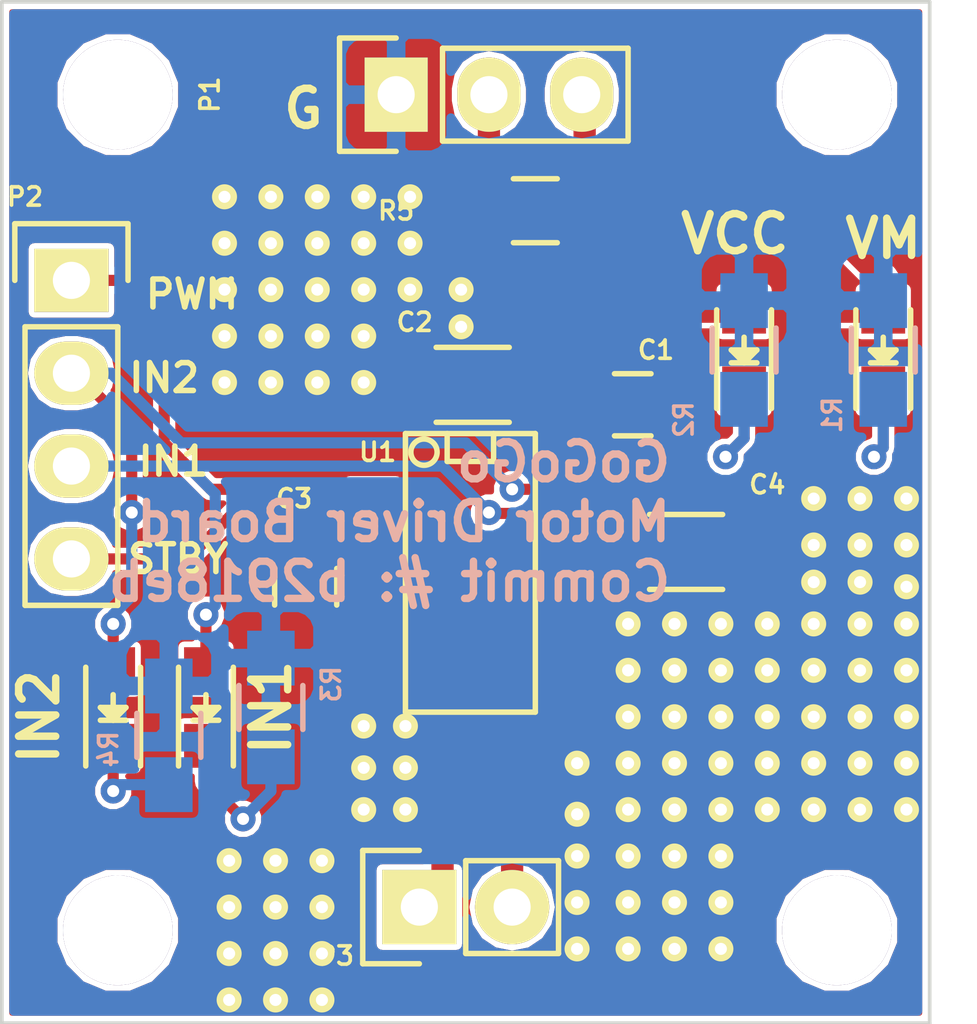
<source format=kicad_pcb>
(kicad_pcb (version 4) (host pcbnew 0.201509151501+6198~30~ubuntu14.04.1-product)

  (general
    (links 143)
    (no_connects 0)
    (area 150.669934 103.0431 180.42402 136.10966)
    (thickness 1.6)
    (drawings 14)
    (tracks 113)
    (zones 0)
    (modules 122)
    (nets 14)
  )

  (page A4)
  (layers
    (0 F.Cu signal hide)
    (31 B.Cu signal)
    (32 B.Adhes user)
    (33 F.Adhes user hide)
    (34 B.Paste user)
    (35 F.Paste user hide)
    (36 B.SilkS user)
    (37 F.SilkS user hide)
    (38 B.Mask user)
    (39 F.Mask user hide)
    (40 Dwgs.User user hide)
    (41 Cmts.User user)
    (42 Eco1.User user)
    (43 Eco2.User user)
    (44 Edge.Cuts user)
    (45 Margin user)
    (46 B.CrtYd user)
    (47 F.CrtYd user)
    (48 B.Fab user)
    (49 F.Fab user)
  )

  (setup
    (last_trace_width 0.1524)
    (user_trace_width 0.3048)
    (user_trace_width 0.6096)
    (trace_clearance 0.1524)
    (zone_clearance 0.1524)
    (zone_45_only no)
    (trace_min 0.1524)
    (segment_width 0.2)
    (edge_width 0.1)
    (via_size 0.6858)
    (via_drill 0.3302)
    (via_min_size 0.6858)
    (via_min_drill 0.3302)
    (uvia_size 0.3)
    (uvia_drill 0.1)
    (uvias_allowed no)
    (uvia_min_size 0)
    (uvia_min_drill 0)
    (pcb_text_width 0.3)
    (pcb_text_size 1.5 1.5)
    (mod_edge_width 0.15)
    (mod_text_size 0.5 0.5)
    (mod_text_width 0.1)
    (pad_size 0.6858 0.6858)
    (pad_drill 0.3302)
    (pad_to_mask_clearance 0)
    (aux_axis_origin 0 0)
    (grid_origin 161.544 117.856)
    (visible_elements FFFEBD5F)
    (pcbplotparams
      (layerselection 0x010fc_80000001)
      (usegerberextensions false)
      (excludeedgelayer true)
      (linewidth 0.100000)
      (plotframeref false)
      (viasonmask false)
      (mode 1)
      (useauxorigin false)
      (hpglpennumber 1)
      (hpglpenspeed 20)
      (hpglpendiameter 15)
      (hpglpenoverlay 2)
      (psnegative false)
      (psa4output false)
      (plotreference true)
      (plotvalue false)
      (plotinvisibletext false)
      (padsonsilk false)
      (subtractmaskfromsilk true)
      (outputformat 1)
      (mirror false)
      (drillshape 0)
      (scaleselection 1)
      (outputdirectory Gerbers/))
  )

  (net 0 "")
  (net 1 GND)
  (net 2 /VCC)
  (net 3 /VM)
  (net 4 /PWM)
  (net 5 /IN2)
  (net 6 /IN1)
  (net 7 /STBY)
  (net 8 /O1)
  (net 9 /O2)
  (net 10 "Net-(D1-Pad1)")
  (net 11 "Net-(D2-Pad1)")
  (net 12 "Net-(D3-Pad1)")
  (net 13 "Net-(D4-Pad1)")

  (net_class Default "This is the default net class."
    (clearance 0.1524)
    (trace_width 0.1524)
    (via_dia 0.6858)
    (via_drill 0.3302)
    (uvia_dia 0.3)
    (uvia_drill 0.1)
    (add_net /IN1)
    (add_net /IN2)
    (add_net /O1)
    (add_net /O2)
    (add_net /PWM)
    (add_net /STBY)
    (add_net /VCC)
    (add_net /VM)
    (add_net GND)
    (add_net "Net-(D1-Pad1)")
    (add_net "Net-(D2-Pad1)")
    (add_net "Net-(D3-Pad1)")
    (add_net "Net-(D4-Pad1)")
  )

  (module MotorDriver:Via (layer F.Cu) (tedit 5611EE32) (tstamp 5611F1E5)
    (at 160.147 132.461)
    (fp_text reference REF**155134 (at 0 1) (layer F.SilkS) hide
      (effects (font (size 1 1) (thickness 0.15)))
    )
    (fp_text value Via (at 0 -1) (layer F.Fab) hide
      (effects (font (size 1 1) (thickness 0.15)))
    )
    (pad 1 thru_hole circle (at 0 0) (size 0.6858 0.6858) (drill 0.3302) (layers *.Cu *.Mask F.SilkS)
      (net 1 GND) (zone_connect 2))
  )

  (module MotorDriver:Via (layer F.Cu) (tedit 5611EE32) (tstamp 5611F1E1)
    (at 158.877 132.461)
    (fp_text reference REF**155124 (at 0 1) (layer F.SilkS) hide
      (effects (font (size 1 1) (thickness 0.15)))
    )
    (fp_text value Via (at 0 -1) (layer F.Fab) hide
      (effects (font (size 1 1) (thickness 0.15)))
    )
    (pad 1 thru_hole circle (at 0 0) (size 0.6858 0.6858) (drill 0.3302) (layers *.Cu *.Mask F.SilkS)
      (net 1 GND) (zone_connect 2))
  )

  (module MotorDriver:Via (layer F.Cu) (tedit 5611EE32) (tstamp 5611F1DD)
    (at 157.607 132.461)
    (fp_text reference REF**155114 (at 0 1) (layer F.SilkS) hide
      (effects (font (size 1 1) (thickness 0.15)))
    )
    (fp_text value Via (at 0 -1) (layer F.Fab) hide
      (effects (font (size 1 1) (thickness 0.15)))
    )
    (pad 1 thru_hole circle (at 0 0) (size 0.6858 0.6858) (drill 0.3302) (layers *.Cu *.Mask F.SilkS)
      (net 1 GND) (zone_connect 2))
  )

  (module MotorDriver:Via (layer F.Cu) (tedit 5611EE32) (tstamp 5611F1D9)
    (at 160.147 131.191)
    (fp_text reference REF**155133 (at 0 1) (layer F.SilkS) hide
      (effects (font (size 1 1) (thickness 0.15)))
    )
    (fp_text value Via (at 0 -1) (layer F.Fab) hide
      (effects (font (size 1 1) (thickness 0.15)))
    )
    (pad 1 thru_hole circle (at 0 0) (size 0.6858 0.6858) (drill 0.3302) (layers *.Cu *.Mask F.SilkS)
      (net 1 GND) (zone_connect 2))
  )

  (module MotorDriver:Via (layer F.Cu) (tedit 5611EE32) (tstamp 5611F1D5)
    (at 158.877 131.191)
    (fp_text reference REF**155123 (at 0 1) (layer F.SilkS) hide
      (effects (font (size 1 1) (thickness 0.15)))
    )
    (fp_text value Via (at 0 -1) (layer F.Fab) hide
      (effects (font (size 1 1) (thickness 0.15)))
    )
    (pad 1 thru_hole circle (at 0 0) (size 0.6858 0.6858) (drill 0.3302) (layers *.Cu *.Mask F.SilkS)
      (net 1 GND) (zone_connect 2))
  )

  (module MotorDriver:Via (layer F.Cu) (tedit 5611EE32) (tstamp 5611F1D1)
    (at 157.607 131.191)
    (fp_text reference REF**155113 (at 0 1) (layer F.SilkS) hide
      (effects (font (size 1 1) (thickness 0.15)))
    )
    (fp_text value Via (at 0 -1) (layer F.Fab) hide
      (effects (font (size 1 1) (thickness 0.15)))
    )
    (pad 1 thru_hole circle (at 0 0) (size 0.6858 0.6858) (drill 0.3302) (layers *.Cu *.Mask F.SilkS)
      (net 1 GND) (zone_connect 2))
  )

  (module MotorDriver:Via (layer F.Cu) (tedit 5611EE32) (tstamp 5611F1CD)
    (at 160.147 129.921)
    (fp_text reference REF**155132 (at 0 1) (layer F.SilkS) hide
      (effects (font (size 1 1) (thickness 0.15)))
    )
    (fp_text value Via (at 0 -1) (layer F.Fab) hide
      (effects (font (size 1 1) (thickness 0.15)))
    )
    (pad 1 thru_hole circle (at 0 0) (size 0.6858 0.6858) (drill 0.3302) (layers *.Cu *.Mask F.SilkS)
      (net 1 GND) (zone_connect 2))
  )

  (module MotorDriver:Via (layer F.Cu) (tedit 5611EE32) (tstamp 5611F1C9)
    (at 158.877 129.921)
    (fp_text reference REF**155122 (at 0 1) (layer F.SilkS) hide
      (effects (font (size 1 1) (thickness 0.15)))
    )
    (fp_text value Via (at 0 -1) (layer F.Fab) hide
      (effects (font (size 1 1) (thickness 0.15)))
    )
    (pad 1 thru_hole circle (at 0 0) (size 0.6858 0.6858) (drill 0.3302) (layers *.Cu *.Mask F.SilkS)
      (net 1 GND) (zone_connect 2))
  )

  (module MotorDriver:Via (layer F.Cu) (tedit 5611EE32) (tstamp 5611F1C5)
    (at 157.607 129.921)
    (fp_text reference REF**155112 (at 0 1) (layer F.SilkS) hide
      (effects (font (size 1 1) (thickness 0.15)))
    )
    (fp_text value Via (at 0 -1) (layer F.Fab) hide
      (effects (font (size 1 1) (thickness 0.15)))
    )
    (pad 1 thru_hole circle (at 0 0) (size 0.6858 0.6858) (drill 0.3302) (layers *.Cu *.Mask F.SilkS)
      (net 1 GND) (zone_connect 2))
  )

  (module MotorDriver:Via (layer F.Cu) (tedit 5611EE32) (tstamp 5611F1C1)
    (at 160.147 128.651)
    (fp_text reference REF**155131 (at 0 1) (layer F.SilkS) hide
      (effects (font (size 1 1) (thickness 0.15)))
    )
    (fp_text value Via (at 0 -1) (layer F.Fab) hide
      (effects (font (size 1 1) (thickness 0.15)))
    )
    (pad 1 thru_hole circle (at 0 0) (size 0.6858 0.6858) (drill 0.3302) (layers *.Cu *.Mask F.SilkS)
      (net 1 GND) (zone_connect 2))
  )

  (module MotorDriver:Via (layer F.Cu) (tedit 5611EE32) (tstamp 5611F1BD)
    (at 158.877 128.651)
    (fp_text reference REF**155121 (at 0 1) (layer F.SilkS) hide
      (effects (font (size 1 1) (thickness 0.15)))
    )
    (fp_text value Via (at 0 -1) (layer F.Fab) hide
      (effects (font (size 1 1) (thickness 0.15)))
    )
    (pad 1 thru_hole circle (at 0 0) (size 0.6858 0.6858) (drill 0.3302) (layers *.Cu *.Mask F.SilkS)
      (net 1 GND) (zone_connect 2))
  )

  (module MotorDriver:Via (layer F.Cu) (tedit 5611EE32) (tstamp 5611F144)
    (at 157.607 128.651)
    (fp_text reference REF**155111 (at 0 1) (layer F.SilkS) hide
      (effects (font (size 1 1) (thickness 0.15)))
    )
    (fp_text value Via (at 0 -1) (layer F.Fab) hide
      (effects (font (size 1 1) (thickness 0.15)))
    )
    (pad 1 thru_hole circle (at 0 0) (size 0.6858 0.6858) (drill 0.3302) (layers *.Cu *.Mask F.SilkS)
      (net 1 GND) (zone_connect 2))
  )

  (module MotorDriver:Via (layer F.Cu) (tedit 5611EE32) (tstamp 5611F0D9)
    (at 176.149 118.745)
    (fp_text reference REF**1588 (at 0 1) (layer F.SilkS) hide
      (effects (font (size 1 1) (thickness 0.15)))
    )
    (fp_text value Via (at 0 -1) (layer F.Fab) hide
      (effects (font (size 1 1) (thickness 0.15)))
    )
    (pad 1 thru_hole circle (at 0 0) (size 0.6858 0.6858) (drill 0.3302) (layers *.Cu *.Mask F.SilkS)
      (net 1 GND) (zone_connect 2))
  )

  (module MotorDriver:Via (layer F.Cu) (tedit 5611EE32) (tstamp 5611F0D5)
    (at 173.609 118.745)
    (fp_text reference REF**1578 (at 0 1) (layer F.SilkS) hide
      (effects (font (size 1 1) (thickness 0.15)))
    )
    (fp_text value Via (at 0 -1) (layer F.Fab) hide
      (effects (font (size 1 1) (thickness 0.15)))
    )
    (pad 1 thru_hole circle (at 0 0) (size 0.6858 0.6858) (drill 0.3302) (layers *.Cu *.Mask F.SilkS)
      (net 1 GND) (zone_connect 2))
  )

  (module MotorDriver:Via (layer F.Cu) (tedit 5611EE32) (tstamp 5611F0D1)
    (at 167.132 127.381)
    (fp_text reference REF**1568 (at 0 1) (layer F.SilkS) hide
      (effects (font (size 1 1) (thickness 0.15)))
    )
    (fp_text value Via (at 0 -1) (layer F.Fab) hide
      (effects (font (size 1 1) (thickness 0.15)))
    )
    (pad 1 thru_hole circle (at 0 0) (size 0.6858 0.6858) (drill 0.3302) (layers *.Cu *.Mask F.SilkS)
      (net 1 GND) (zone_connect 2))
  )

  (module MotorDriver:Via (layer F.Cu) (tedit 5611EE32) (tstamp 5611F0CD)
    (at 167.132 131.064)
    (fp_text reference REF**1558 (at 0 1) (layer F.SilkS) hide
      (effects (font (size 1 1) (thickness 0.15)))
    )
    (fp_text value Via (at 0 -1) (layer F.Fab) hide
      (effects (font (size 1 1) (thickness 0.15)))
    )
    (pad 1 thru_hole circle (at 0 0) (size 0.6858 0.6858) (drill 0.3302) (layers *.Cu *.Mask F.SilkS)
      (net 1 GND) (zone_connect 2))
  )

  (module MotorDriver:Via (layer F.Cu) (tedit 5611EE32) (tstamp 5611F0C9)
    (at 161.29 126.111)
    (fp_text reference REF**1548 (at 0 1) (layer F.SilkS) hide
      (effects (font (size 1 1) (thickness 0.15)))
    )
    (fp_text value Via (at 0 -1) (layer F.Fab) hide
      (effects (font (size 1 1) (thickness 0.15)))
    )
    (pad 1 thru_hole circle (at 0 0) (size 0.6858 0.6858) (drill 0.3302) (layers *.Cu *.Mask F.SilkS)
      (net 1 GND) (zone_connect 2))
  )

  (module MotorDriver:Via (layer F.Cu) (tedit 5611EE32) (tstamp 5611F0C5)
    (at 171.069 131.064)
    (fp_text reference REF**1538 (at 0 1) (layer F.SilkS) hide
      (effects (font (size 1 1) (thickness 0.15)))
    )
    (fp_text value Via (at 0 -1) (layer F.Fab) hide
      (effects (font (size 1 1) (thickness 0.15)))
    )
    (pad 1 thru_hole circle (at 0 0) (size 0.6858 0.6858) (drill 0.3302) (layers *.Cu *.Mask F.SilkS)
      (net 1 GND) (zone_connect 2))
  )

  (module MotorDriver:Via (layer F.Cu) (tedit 5611EE32) (tstamp 5611F0C1)
    (at 169.799 131.064)
    (fp_text reference REF**1528 (at 0 1) (layer F.SilkS) hide
      (effects (font (size 1 1) (thickness 0.15)))
    )
    (fp_text value Via (at 0 -1) (layer F.Fab) hide
      (effects (font (size 1 1) (thickness 0.15)))
    )
    (pad 1 thru_hole circle (at 0 0) (size 0.6858 0.6858) (drill 0.3302) (layers *.Cu *.Mask F.SilkS)
      (net 1 GND) (zone_connect 2))
  )

  (module MotorDriver:Via (layer F.Cu) (tedit 5611EE32) (tstamp 5611F0BD)
    (at 168.529 131.064)
    (fp_text reference REF**1518 (at 0 1) (layer F.SilkS) hide
      (effects (font (size 1 1) (thickness 0.15)))
    )
    (fp_text value Via (at 0 -1) (layer F.Fab) hide
      (effects (font (size 1 1) (thickness 0.15)))
    )
    (pad 1 thru_hole circle (at 0 0) (size 0.6858 0.6858) (drill 0.3302) (layers *.Cu *.Mask F.SilkS)
      (net 1 GND) (zone_connect 2))
  )

  (module MotorDriver:Via (layer F.Cu) (tedit 5611EE32) (tstamp 5611F0B9)
    (at 174.879 118.745)
    (fp_text reference REF**1587 (at 0 1) (layer F.SilkS) hide
      (effects (font (size 1 1) (thickness 0.15)))
    )
    (fp_text value Via (at 0 -1) (layer F.Fab) hide
      (effects (font (size 1 1) (thickness 0.15)))
    )
    (pad 1 thru_hole circle (at 0 0) (size 0.6858 0.6858) (drill 0.3302) (layers *.Cu *.Mask F.SilkS)
      (net 1 GND) (zone_connect 2))
  )

  (module MotorDriver:Via (layer F.Cu) (tedit 5611EE32) (tstamp 5611F0B5)
    (at 167.132 125.984)
    (fp_text reference REF**1577 (at 0 1) (layer F.SilkS) hide
      (effects (font (size 1 1) (thickness 0.15)))
    )
    (fp_text value Via (at 0 -1) (layer F.Fab) hide
      (effects (font (size 1 1) (thickness 0.15)))
    )
    (pad 1 thru_hole circle (at 0 0) (size 0.6858 0.6858) (drill 0.3302) (layers *.Cu *.Mask F.SilkS)
      (net 1 GND) (zone_connect 2))
  )

  (module MotorDriver:Via (layer F.Cu) (tedit 5611EE32) (tstamp 5611F0B1)
    (at 167.132 128.524)
    (fp_text reference REF**1567 (at 0 1) (layer F.SilkS) hide
      (effects (font (size 1 1) (thickness 0.15)))
    )
    (fp_text value Via (at 0 -1) (layer F.Fab) hide
      (effects (font (size 1 1) (thickness 0.15)))
    )
    (pad 1 thru_hole circle (at 0 0) (size 0.6858 0.6858) (drill 0.3302) (layers *.Cu *.Mask F.SilkS)
      (net 1 GND) (zone_connect 2))
  )

  (module MotorDriver:Via (layer F.Cu) (tedit 5611EE32) (tstamp 5611F0AD)
    (at 167.132 129.794)
    (fp_text reference REF**1557 (at 0 1) (layer F.SilkS) hide
      (effects (font (size 1 1) (thickness 0.15)))
    )
    (fp_text value Via (at 0 -1) (layer F.Fab) hide
      (effects (font (size 1 1) (thickness 0.15)))
    )
    (pad 1 thru_hole circle (at 0 0) (size 0.6858 0.6858) (drill 0.3302) (layers *.Cu *.Mask F.SilkS)
      (net 1 GND) (zone_connect 2))
  )

  (module MotorDriver:Via (layer F.Cu) (tedit 5611EE32) (tstamp 5611F0A9)
    (at 161.29 127.254)
    (fp_text reference REF**1547 (at 0 1) (layer F.SilkS) hide
      (effects (font (size 1 1) (thickness 0.15)))
    )
    (fp_text value Via (at 0 -1) (layer F.Fab) hide
      (effects (font (size 1 1) (thickness 0.15)))
    )
    (pad 1 thru_hole circle (at 0 0) (size 0.6858 0.6858) (drill 0.3302) (layers *.Cu *.Mask F.SilkS)
      (net 1 GND) (zone_connect 2))
  )

  (module MotorDriver:Via (layer F.Cu) (tedit 5611EE32) (tstamp 5611F0A5)
    (at 171.069 129.794)
    (fp_text reference REF**1537 (at 0 1) (layer F.SilkS) hide
      (effects (font (size 1 1) (thickness 0.15)))
    )
    (fp_text value Via (at 0 -1) (layer F.Fab) hide
      (effects (font (size 1 1) (thickness 0.15)))
    )
    (pad 1 thru_hole circle (at 0 0) (size 0.6858 0.6858) (drill 0.3302) (layers *.Cu *.Mask F.SilkS)
      (net 1 GND) (zone_connect 2))
  )

  (module MotorDriver:Via (layer F.Cu) (tedit 5611EE32) (tstamp 5611F0A1)
    (at 169.799 129.794)
    (fp_text reference REF**1527 (at 0 1) (layer F.SilkS) hide
      (effects (font (size 1 1) (thickness 0.15)))
    )
    (fp_text value Via (at 0 -1) (layer F.Fab) hide
      (effects (font (size 1 1) (thickness 0.15)))
    )
    (pad 1 thru_hole circle (at 0 0) (size 0.6858 0.6858) (drill 0.3302) (layers *.Cu *.Mask F.SilkS)
      (net 1 GND) (zone_connect 2))
  )

  (module MotorDriver:Via (layer F.Cu) (tedit 5611EE32) (tstamp 5611F09D)
    (at 168.529 129.794)
    (fp_text reference REF**1517 (at 0 1) (layer F.SilkS) hide
      (effects (font (size 1 1) (thickness 0.15)))
    )
    (fp_text value Via (at 0 -1) (layer F.Fab) hide
      (effects (font (size 1 1) (thickness 0.15)))
    )
    (pad 1 thru_hole circle (at 0 0) (size 0.6858 0.6858) (drill 0.3302) (layers *.Cu *.Mask F.SilkS)
      (net 1 GND) (zone_connect 2))
  )

  (module MotorDriver:Via (layer F.Cu) (tedit 5611EE32) (tstamp 5611F099)
    (at 173.609 120.015)
    (fp_text reference REF**1586 (at 0 1) (layer F.SilkS) hide
      (effects (font (size 1 1) (thickness 0.15)))
    )
    (fp_text value Via (at 0 -1) (layer F.Fab) hide
      (effects (font (size 1 1) (thickness 0.15)))
    )
    (pad 1 thru_hole circle (at 0 0) (size 0.6858 0.6858) (drill 0.3302) (layers *.Cu *.Mask F.SilkS)
      (net 1 GND) (zone_connect 2))
  )

  (module MotorDriver:Via (layer F.Cu) (tedit 5611EE32) (tstamp 5611F095)
    (at 162.433 127.254)
    (fp_text reference REF**1576 (at 0 1) (layer F.SilkS) hide
      (effects (font (size 1 1) (thickness 0.15)))
    )
    (fp_text value Via (at 0 -1) (layer F.Fab) hide
      (effects (font (size 1 1) (thickness 0.15)))
    )
    (pad 1 thru_hole circle (at 0 0) (size 0.6858 0.6858) (drill 0.3302) (layers *.Cu *.Mask F.SilkS)
      (net 1 GND) (zone_connect 2))
  )

  (module MotorDriver:Via (layer F.Cu) (tedit 5611EE32) (tstamp 5611F091)
    (at 161.29 124.968)
    (fp_text reference REF**1566 (at 0 1) (layer F.SilkS) hide
      (effects (font (size 1 1) (thickness 0.15)))
    )
    (fp_text value Via (at 0 -1) (layer F.Fab) hide
      (effects (font (size 1 1) (thickness 0.15)))
    )
    (pad 1 thru_hole circle (at 0 0) (size 0.6858 0.6858) (drill 0.3302) (layers *.Cu *.Mask F.SilkS)
      (net 1 GND) (zone_connect 2))
  )

  (module MotorDriver:Via (layer F.Cu) (tedit 5611EE32) (tstamp 5611F08D)
    (at 162.433 126.111)
    (fp_text reference REF**1556 (at 0 1) (layer F.SilkS) hide
      (effects (font (size 1 1) (thickness 0.15)))
    )
    (fp_text value Via (at 0 -1) (layer F.Fab) hide
      (effects (font (size 1 1) (thickness 0.15)))
    )
    (pad 1 thru_hole circle (at 0 0) (size 0.6858 0.6858) (drill 0.3302) (layers *.Cu *.Mask F.SilkS)
      (net 1 GND) (zone_connect 2))
  )

  (module MotorDriver:Via (layer F.Cu) (tedit 5611EE32) (tstamp 5611F089)
    (at 162.433 124.968)
    (fp_text reference REF**1546 (at 0 1) (layer F.SilkS) hide
      (effects (font (size 1 1) (thickness 0.15)))
    )
    (fp_text value Via (at 0 -1) (layer F.Fab) hide
      (effects (font (size 1 1) (thickness 0.15)))
    )
    (pad 1 thru_hole circle (at 0 0) (size 0.6858 0.6858) (drill 0.3302) (layers *.Cu *.Mask F.SilkS)
      (net 1 GND) (zone_connect 2))
  )

  (module MotorDriver:Via (layer F.Cu) (tedit 5611EE32) (tstamp 5611F085)
    (at 171.069 128.524)
    (fp_text reference REF**1536 (at 0 1) (layer F.SilkS) hide
      (effects (font (size 1 1) (thickness 0.15)))
    )
    (fp_text value Via (at 0 -1) (layer F.Fab) hide
      (effects (font (size 1 1) (thickness 0.15)))
    )
    (pad 1 thru_hole circle (at 0 0) (size 0.6858 0.6858) (drill 0.3302) (layers *.Cu *.Mask F.SilkS)
      (net 1 GND) (zone_connect 2))
  )

  (module MotorDriver:Via (layer F.Cu) (tedit 5611EE32) (tstamp 5611F081)
    (at 169.799 128.524)
    (fp_text reference REF**1526 (at 0 1) (layer F.SilkS) hide
      (effects (font (size 1 1) (thickness 0.15)))
    )
    (fp_text value Via (at 0 -1) (layer F.Fab) hide
      (effects (font (size 1 1) (thickness 0.15)))
    )
    (pad 1 thru_hole circle (at 0 0) (size 0.6858 0.6858) (drill 0.3302) (layers *.Cu *.Mask F.SilkS)
      (net 1 GND) (zone_connect 2))
  )

  (module MotorDriver:Via (layer F.Cu) (tedit 5611EE32) (tstamp 5611F07D)
    (at 168.529 128.524)
    (fp_text reference REF**1516 (at 0 1) (layer F.SilkS) hide
      (effects (font (size 1 1) (thickness 0.15)))
    )
    (fp_text value Via (at 0 -1) (layer F.Fab) hide
      (effects (font (size 1 1) (thickness 0.15)))
    )
    (pad 1 thru_hole circle (at 0 0) (size 0.6858 0.6858) (drill 0.3302) (layers *.Cu *.Mask F.SilkS)
      (net 1 GND) (zone_connect 2))
  )

  (module MotorDriver:Via (layer F.Cu) (tedit 5611EE32) (tstamp 5611F079)
    (at 174.879 120.015)
    (fp_text reference REF**1585 (at 0 1) (layer F.SilkS) hide
      (effects (font (size 1 1) (thickness 0.15)))
    )
    (fp_text value Via (at 0 -1) (layer F.Fab) hide
      (effects (font (size 1 1) (thickness 0.15)))
    )
    (pad 1 thru_hole circle (at 0 0) (size 0.6858 0.6858) (drill 0.3302) (layers *.Cu *.Mask F.SilkS)
      (net 1 GND) (zone_connect 2))
  )

  (module MotorDriver:Via (layer F.Cu) (tedit 5611EE32) (tstamp 5611F075)
    (at 176.149 127.254)
    (fp_text reference REF**1575 (at 0 1) (layer F.SilkS) hide
      (effects (font (size 1 1) (thickness 0.15)))
    )
    (fp_text value Via (at 0 -1) (layer F.Fab) hide
      (effects (font (size 1 1) (thickness 0.15)))
    )
    (pad 1 thru_hole circle (at 0 0) (size 0.6858 0.6858) (drill 0.3302) (layers *.Cu *.Mask F.SilkS)
      (net 1 GND) (zone_connect 2))
  )

  (module MotorDriver:Via (layer F.Cu) (tedit 5611EE32) (tstamp 5611F071)
    (at 174.879 127.254)
    (fp_text reference REF**1565 (at 0 1) (layer F.SilkS) hide
      (effects (font (size 1 1) (thickness 0.15)))
    )
    (fp_text value Via (at 0 -1) (layer F.Fab) hide
      (effects (font (size 1 1) (thickness 0.15)))
    )
    (pad 1 thru_hole circle (at 0 0) (size 0.6858 0.6858) (drill 0.3302) (layers *.Cu *.Mask F.SilkS)
      (net 1 GND) (zone_connect 2))
  )

  (module MotorDriver:Via (layer F.Cu) (tedit 5611EE32) (tstamp 5611F06D)
    (at 173.609 127.254)
    (fp_text reference REF**1555 (at 0 1) (layer F.SilkS) hide
      (effects (font (size 1 1) (thickness 0.15)))
    )
    (fp_text value Via (at 0 -1) (layer F.Fab) hide
      (effects (font (size 1 1) (thickness 0.15)))
    )
    (pad 1 thru_hole circle (at 0 0) (size 0.6858 0.6858) (drill 0.3302) (layers *.Cu *.Mask F.SilkS)
      (net 1 GND) (zone_connect 2))
  )

  (module MotorDriver:Via (layer F.Cu) (tedit 5611EE32) (tstamp 5611F069)
    (at 172.339 127.254)
    (fp_text reference REF**1545 (at 0 1) (layer F.SilkS) hide
      (effects (font (size 1 1) (thickness 0.15)))
    )
    (fp_text value Via (at 0 -1) (layer F.Fab) hide
      (effects (font (size 1 1) (thickness 0.15)))
    )
    (pad 1 thru_hole circle (at 0 0) (size 0.6858 0.6858) (drill 0.3302) (layers *.Cu *.Mask F.SilkS)
      (net 1 GND) (zone_connect 2))
  )

  (module MotorDriver:Via (layer F.Cu) (tedit 5611EE32) (tstamp 5611F065)
    (at 171.069 127.254)
    (fp_text reference REF**1535 (at 0 1) (layer F.SilkS) hide
      (effects (font (size 1 1) (thickness 0.15)))
    )
    (fp_text value Via (at 0 -1) (layer F.Fab) hide
      (effects (font (size 1 1) (thickness 0.15)))
    )
    (pad 1 thru_hole circle (at 0 0) (size 0.6858 0.6858) (drill 0.3302) (layers *.Cu *.Mask F.SilkS)
      (net 1 GND) (zone_connect 2))
  )

  (module MotorDriver:Via (layer F.Cu) (tedit 5611EE32) (tstamp 5611F061)
    (at 169.799 127.254)
    (fp_text reference REF**1525 (at 0 1) (layer F.SilkS) hide
      (effects (font (size 1 1) (thickness 0.15)))
    )
    (fp_text value Via (at 0 -1) (layer F.Fab) hide
      (effects (font (size 1 1) (thickness 0.15)))
    )
    (pad 1 thru_hole circle (at 0 0) (size 0.6858 0.6858) (drill 0.3302) (layers *.Cu *.Mask F.SilkS)
      (net 1 GND) (zone_connect 2))
  )

  (module MotorDriver:Via (layer F.Cu) (tedit 5611EE32) (tstamp 5611F05D)
    (at 168.529 127.254)
    (fp_text reference REF**1515 (at 0 1) (layer F.SilkS) hide
      (effects (font (size 1 1) (thickness 0.15)))
    )
    (fp_text value Via (at 0 -1) (layer F.Fab) hide
      (effects (font (size 1 1) (thickness 0.15)))
    )
    (pad 1 thru_hole circle (at 0 0) (size 0.6858 0.6858) (drill 0.3302) (layers *.Cu *.Mask F.SilkS)
      (net 1 GND) (zone_connect 2))
  )

  (module MotorDriver:Via (layer F.Cu) (tedit 5611EE32) (tstamp 5611F059)
    (at 176.149 120.015)
    (fp_text reference REF**1584 (at 0 1) (layer F.SilkS) hide
      (effects (font (size 1 1) (thickness 0.15)))
    )
    (fp_text value Via (at 0 -1) (layer F.Fab) hide
      (effects (font (size 1 1) (thickness 0.15)))
    )
    (pad 1 thru_hole circle (at 0 0) (size 0.6858 0.6858) (drill 0.3302) (layers *.Cu *.Mask F.SilkS)
      (net 1 GND) (zone_connect 2))
  )

  (module MotorDriver:Via (layer F.Cu) (tedit 5611EE32) (tstamp 5611F055)
    (at 176.149 125.984)
    (fp_text reference REF**1574 (at 0 1) (layer F.SilkS) hide
      (effects (font (size 1 1) (thickness 0.15)))
    )
    (fp_text value Via (at 0 -1) (layer F.Fab) hide
      (effects (font (size 1 1) (thickness 0.15)))
    )
    (pad 1 thru_hole circle (at 0 0) (size 0.6858 0.6858) (drill 0.3302) (layers *.Cu *.Mask F.SilkS)
      (net 1 GND) (zone_connect 2))
  )

  (module MotorDriver:Via (layer F.Cu) (tedit 5611EE32) (tstamp 5611F051)
    (at 174.879 125.984)
    (fp_text reference REF**1564 (at 0 1) (layer F.SilkS) hide
      (effects (font (size 1 1) (thickness 0.15)))
    )
    (fp_text value Via (at 0 -1) (layer F.Fab) hide
      (effects (font (size 1 1) (thickness 0.15)))
    )
    (pad 1 thru_hole circle (at 0 0) (size 0.6858 0.6858) (drill 0.3302) (layers *.Cu *.Mask F.SilkS)
      (net 1 GND) (zone_connect 2))
  )

  (module MotorDriver:Via (layer F.Cu) (tedit 5611EE32) (tstamp 5611F04D)
    (at 173.609 125.984)
    (fp_text reference REF**1554 (at 0 1) (layer F.SilkS) hide
      (effects (font (size 1 1) (thickness 0.15)))
    )
    (fp_text value Via (at 0 -1) (layer F.Fab) hide
      (effects (font (size 1 1) (thickness 0.15)))
    )
    (pad 1 thru_hole circle (at 0 0) (size 0.6858 0.6858) (drill 0.3302) (layers *.Cu *.Mask F.SilkS)
      (net 1 GND) (zone_connect 2))
  )

  (module MotorDriver:Via (layer F.Cu) (tedit 5611EE32) (tstamp 5611F049)
    (at 172.339 125.984)
    (fp_text reference REF**1544 (at 0 1) (layer F.SilkS) hide
      (effects (font (size 1 1) (thickness 0.15)))
    )
    (fp_text value Via (at 0 -1) (layer F.Fab) hide
      (effects (font (size 1 1) (thickness 0.15)))
    )
    (pad 1 thru_hole circle (at 0 0) (size 0.6858 0.6858) (drill 0.3302) (layers *.Cu *.Mask F.SilkS)
      (net 1 GND) (zone_connect 2))
  )

  (module MotorDriver:Via (layer F.Cu) (tedit 5611EE32) (tstamp 5611F045)
    (at 171.069 125.984)
    (fp_text reference REF**1534 (at 0 1) (layer F.SilkS) hide
      (effects (font (size 1 1) (thickness 0.15)))
    )
    (fp_text value Via (at 0 -1) (layer F.Fab) hide
      (effects (font (size 1 1) (thickness 0.15)))
    )
    (pad 1 thru_hole circle (at 0 0) (size 0.6858 0.6858) (drill 0.3302) (layers *.Cu *.Mask F.SilkS)
      (net 1 GND) (zone_connect 2))
  )

  (module MotorDriver:Via (layer F.Cu) (tedit 5611EE32) (tstamp 5611F041)
    (at 169.799 125.984)
    (fp_text reference REF**1524 (at 0 1) (layer F.SilkS) hide
      (effects (font (size 1 1) (thickness 0.15)))
    )
    (fp_text value Via (at 0 -1) (layer F.Fab) hide
      (effects (font (size 1 1) (thickness 0.15)))
    )
    (pad 1 thru_hole circle (at 0 0) (size 0.6858 0.6858) (drill 0.3302) (layers *.Cu *.Mask F.SilkS)
      (net 1 GND) (zone_connect 2))
  )

  (module MotorDriver:Via (layer F.Cu) (tedit 5611EE32) (tstamp 5611F03D)
    (at 168.529 125.984)
    (fp_text reference REF**1514 (at 0 1) (layer F.SilkS) hide
      (effects (font (size 1 1) (thickness 0.15)))
    )
    (fp_text value Via (at 0 -1) (layer F.Fab) hide
      (effects (font (size 1 1) (thickness 0.15)))
    )
    (pad 1 thru_hole circle (at 0 0) (size 0.6858 0.6858) (drill 0.3302) (layers *.Cu *.Mask F.SilkS)
      (net 1 GND) (zone_connect 2))
  )

  (module MotorDriver:Via (layer F.Cu) (tedit 5611EE32) (tstamp 5611F039)
    (at 176.149 121.158)
    (fp_text reference REF**1583 (at 0 1) (layer F.SilkS) hide
      (effects (font (size 1 1) (thickness 0.15)))
    )
    (fp_text value Via (at 0 -1) (layer F.Fab) hide
      (effects (font (size 1 1) (thickness 0.15)))
    )
    (pad 1 thru_hole circle (at 0 0) (size 0.6858 0.6858) (drill 0.3302) (layers *.Cu *.Mask F.SilkS)
      (net 1 GND) (zone_connect 2))
  )

  (module MotorDriver:Via (layer F.Cu) (tedit 5611EE32) (tstamp 5611F035)
    (at 176.149 124.714)
    (fp_text reference REF**1573 (at 0 1) (layer F.SilkS) hide
      (effects (font (size 1 1) (thickness 0.15)))
    )
    (fp_text value Via (at 0 -1) (layer F.Fab) hide
      (effects (font (size 1 1) (thickness 0.15)))
    )
    (pad 1 thru_hole circle (at 0 0) (size 0.6858 0.6858) (drill 0.3302) (layers *.Cu *.Mask F.SilkS)
      (net 1 GND) (zone_connect 2))
  )

  (module MotorDriver:Via (layer F.Cu) (tedit 5611EE32) (tstamp 5611F031)
    (at 174.879 124.714)
    (fp_text reference REF**1563 (at 0 1) (layer F.SilkS) hide
      (effects (font (size 1 1) (thickness 0.15)))
    )
    (fp_text value Via (at 0 -1) (layer F.Fab) hide
      (effects (font (size 1 1) (thickness 0.15)))
    )
    (pad 1 thru_hole circle (at 0 0) (size 0.6858 0.6858) (drill 0.3302) (layers *.Cu *.Mask F.SilkS)
      (net 1 GND) (zone_connect 2))
  )

  (module MotorDriver:Via (layer F.Cu) (tedit 5611EE32) (tstamp 5611F02D)
    (at 173.609 124.714)
    (fp_text reference REF**1553 (at 0 1) (layer F.SilkS) hide
      (effects (font (size 1 1) (thickness 0.15)))
    )
    (fp_text value Via (at 0 -1) (layer F.Fab) hide
      (effects (font (size 1 1) (thickness 0.15)))
    )
    (pad 1 thru_hole circle (at 0 0) (size 0.6858 0.6858) (drill 0.3302) (layers *.Cu *.Mask F.SilkS)
      (net 1 GND) (zone_connect 2))
  )

  (module MotorDriver:Via (layer F.Cu) (tedit 5611EE32) (tstamp 5611F029)
    (at 172.339 124.714)
    (fp_text reference REF**1543 (at 0 1) (layer F.SilkS) hide
      (effects (font (size 1 1) (thickness 0.15)))
    )
    (fp_text value Via (at 0 -1) (layer F.Fab) hide
      (effects (font (size 1 1) (thickness 0.15)))
    )
    (pad 1 thru_hole circle (at 0 0) (size 0.6858 0.6858) (drill 0.3302) (layers *.Cu *.Mask F.SilkS)
      (net 1 GND) (zone_connect 2))
  )

  (module MotorDriver:Via (layer F.Cu) (tedit 5611EE32) (tstamp 5611F025)
    (at 171.069 124.714)
    (fp_text reference REF**1533 (at 0 1) (layer F.SilkS) hide
      (effects (font (size 1 1) (thickness 0.15)))
    )
    (fp_text value Via (at 0 -1) (layer F.Fab) hide
      (effects (font (size 1 1) (thickness 0.15)))
    )
    (pad 1 thru_hole circle (at 0 0) (size 0.6858 0.6858) (drill 0.3302) (layers *.Cu *.Mask F.SilkS)
      (net 1 GND) (zone_connect 2))
  )

  (module MotorDriver:Via (layer F.Cu) (tedit 5611EE32) (tstamp 5611F021)
    (at 169.799 124.714)
    (fp_text reference REF**1523 (at 0 1) (layer F.SilkS) hide
      (effects (font (size 1 1) (thickness 0.15)))
    )
    (fp_text value Via (at 0 -1) (layer F.Fab) hide
      (effects (font (size 1 1) (thickness 0.15)))
    )
    (pad 1 thru_hole circle (at 0 0) (size 0.6858 0.6858) (drill 0.3302) (layers *.Cu *.Mask F.SilkS)
      (net 1 GND) (zone_connect 2))
  )

  (module MotorDriver:Via (layer F.Cu) (tedit 5611EE32) (tstamp 5611F01D)
    (at 168.529 124.714)
    (fp_text reference REF**1513 (at 0 1) (layer F.SilkS) hide
      (effects (font (size 1 1) (thickness 0.15)))
    )
    (fp_text value Via (at 0 -1) (layer F.Fab) hide
      (effects (font (size 1 1) (thickness 0.15)))
    )
    (pad 1 thru_hole circle (at 0 0) (size 0.6858 0.6858) (drill 0.3302) (layers *.Cu *.Mask F.SilkS)
      (net 1 GND) (zone_connect 2))
  )

  (module MotorDriver:Via (layer F.Cu) (tedit 5611EE32) (tstamp 5611F019)
    (at 174.879 121.031)
    (fp_text reference REF**1582 (at 0 1) (layer F.SilkS) hide
      (effects (font (size 1 1) (thickness 0.15)))
    )
    (fp_text value Via (at 0 -1) (layer F.Fab) hide
      (effects (font (size 1 1) (thickness 0.15)))
    )
    (pad 1 thru_hole circle (at 0 0) (size 0.6858 0.6858) (drill 0.3302) (layers *.Cu *.Mask F.SilkS)
      (net 1 GND) (zone_connect 2))
  )

  (module MotorDriver:Via (layer F.Cu) (tedit 5611EE32) (tstamp 5611F015)
    (at 176.149 123.444)
    (fp_text reference REF**1572 (at 0 1) (layer F.SilkS) hide
      (effects (font (size 1 1) (thickness 0.15)))
    )
    (fp_text value Via (at 0 -1) (layer F.Fab) hide
      (effects (font (size 1 1) (thickness 0.15)))
    )
    (pad 1 thru_hole circle (at 0 0) (size 0.6858 0.6858) (drill 0.3302) (layers *.Cu *.Mask F.SilkS)
      (net 1 GND) (zone_connect 2))
  )

  (module MotorDriver:Via (layer F.Cu) (tedit 5611EE32) (tstamp 5611F011)
    (at 174.879 123.444)
    (fp_text reference REF**1562 (at 0 1) (layer F.SilkS) hide
      (effects (font (size 1 1) (thickness 0.15)))
    )
    (fp_text value Via (at 0 -1) (layer F.Fab) hide
      (effects (font (size 1 1) (thickness 0.15)))
    )
    (pad 1 thru_hole circle (at 0 0) (size 0.6858 0.6858) (drill 0.3302) (layers *.Cu *.Mask F.SilkS)
      (net 1 GND) (zone_connect 2))
  )

  (module MotorDriver:Via (layer F.Cu) (tedit 5611EE32) (tstamp 5611F00D)
    (at 173.609 123.444)
    (fp_text reference REF**1552 (at 0 1) (layer F.SilkS) hide
      (effects (font (size 1 1) (thickness 0.15)))
    )
    (fp_text value Via (at 0 -1) (layer F.Fab) hide
      (effects (font (size 1 1) (thickness 0.15)))
    )
    (pad 1 thru_hole circle (at 0 0) (size 0.6858 0.6858) (drill 0.3302) (layers *.Cu *.Mask F.SilkS)
      (net 1 GND) (zone_connect 2))
  )

  (module MotorDriver:Via (layer F.Cu) (tedit 5611EE32) (tstamp 5611F009)
    (at 172.339 123.444)
    (fp_text reference REF**1542 (at 0 1) (layer F.SilkS) hide
      (effects (font (size 1 1) (thickness 0.15)))
    )
    (fp_text value Via (at 0 -1) (layer F.Fab) hide
      (effects (font (size 1 1) (thickness 0.15)))
    )
    (pad 1 thru_hole circle (at 0 0) (size 0.6858 0.6858) (drill 0.3302) (layers *.Cu *.Mask F.SilkS)
      (net 1 GND) (zone_connect 2))
  )

  (module MotorDriver:Via (layer F.Cu) (tedit 5611EE32) (tstamp 5611F005)
    (at 171.069 123.444)
    (fp_text reference REF**1532 (at 0 1) (layer F.SilkS) hide
      (effects (font (size 1 1) (thickness 0.15)))
    )
    (fp_text value Via (at 0 -1) (layer F.Fab) hide
      (effects (font (size 1 1) (thickness 0.15)))
    )
    (pad 1 thru_hole circle (at 0 0) (size 0.6858 0.6858) (drill 0.3302) (layers *.Cu *.Mask F.SilkS)
      (net 1 GND) (zone_connect 2))
  )

  (module MotorDriver:Via (layer F.Cu) (tedit 5611EE32) (tstamp 5611F001)
    (at 169.799 123.444)
    (fp_text reference REF**1522 (at 0 1) (layer F.SilkS) hide
      (effects (font (size 1 1) (thickness 0.15)))
    )
    (fp_text value Via (at 0 -1) (layer F.Fab) hide
      (effects (font (size 1 1) (thickness 0.15)))
    )
    (pad 1 thru_hole circle (at 0 0) (size 0.6858 0.6858) (drill 0.3302) (layers *.Cu *.Mask F.SilkS)
      (net 1 GND) (zone_connect 2))
  )

  (module MotorDriver:Via (layer F.Cu) (tedit 5611EE32) (tstamp 5611EFFD)
    (at 168.529 123.444)
    (fp_text reference REF**1512 (at 0 1) (layer F.SilkS) hide
      (effects (font (size 1 1) (thickness 0.15)))
    )
    (fp_text value Via (at 0 -1) (layer F.Fab) hide
      (effects (font (size 1 1) (thickness 0.15)))
    )
    (pad 1 thru_hole circle (at 0 0) (size 0.6858 0.6858) (drill 0.3302) (layers *.Cu *.Mask F.SilkS)
      (net 1 GND) (zone_connect 2))
  )

  (module MotorDriver:Via (layer F.Cu) (tedit 5611EE32) (tstamp 5611EFF9)
    (at 173.609 121.031)
    (fp_text reference REF**1581 (at 0 1) (layer F.SilkS) hide
      (effects (font (size 1 1) (thickness 0.15)))
    )
    (fp_text value Via (at 0 -1) (layer F.Fab) hide
      (effects (font (size 1 1) (thickness 0.15)))
    )
    (pad 1 thru_hole circle (at 0 0) (size 0.6858 0.6858) (drill 0.3302) (layers *.Cu *.Mask F.SilkS)
      (net 1 GND) (zone_connect 2))
  )

  (module MotorDriver:Via (layer F.Cu) (tedit 5611EE32) (tstamp 5611EFF5)
    (at 176.149 122.174)
    (fp_text reference REF**1571 (at 0 1) (layer F.SilkS) hide
      (effects (font (size 1 1) (thickness 0.15)))
    )
    (fp_text value Via (at 0 -1) (layer F.Fab) hide
      (effects (font (size 1 1) (thickness 0.15)))
    )
    (pad 1 thru_hole circle (at 0 0) (size 0.6858 0.6858) (drill 0.3302) (layers *.Cu *.Mask F.SilkS)
      (net 1 GND) (zone_connect 2))
  )

  (module MotorDriver:Via (layer F.Cu) (tedit 5611EE32) (tstamp 5611EFF1)
    (at 174.879 122.174)
    (fp_text reference REF**1561 (at 0 1) (layer F.SilkS) hide
      (effects (font (size 1 1) (thickness 0.15)))
    )
    (fp_text value Via (at 0 -1) (layer F.Fab) hide
      (effects (font (size 1 1) (thickness 0.15)))
    )
    (pad 1 thru_hole circle (at 0 0) (size 0.6858 0.6858) (drill 0.3302) (layers *.Cu *.Mask F.SilkS)
      (net 1 GND) (zone_connect 2))
  )

  (module MotorDriver:Via (layer F.Cu) (tedit 5611EE32) (tstamp 5611EFED)
    (at 173.609 122.174)
    (fp_text reference REF**1551 (at 0 1) (layer F.SilkS) hide
      (effects (font (size 1 1) (thickness 0.15)))
    )
    (fp_text value Via (at 0 -1) (layer F.Fab) hide
      (effects (font (size 1 1) (thickness 0.15)))
    )
    (pad 1 thru_hole circle (at 0 0) (size 0.6858 0.6858) (drill 0.3302) (layers *.Cu *.Mask F.SilkS)
      (net 1 GND) (zone_connect 2))
  )

  (module MotorDriver:Via (layer F.Cu) (tedit 5611EE32) (tstamp 5611EFE9)
    (at 172.339 122.174)
    (fp_text reference REF**1541 (at 0 1) (layer F.SilkS) hide
      (effects (font (size 1 1) (thickness 0.15)))
    )
    (fp_text value Via (at 0 -1) (layer F.Fab) hide
      (effects (font (size 1 1) (thickness 0.15)))
    )
    (pad 1 thru_hole circle (at 0 0) (size 0.6858 0.6858) (drill 0.3302) (layers *.Cu *.Mask F.SilkS)
      (net 1 GND) (zone_connect 2))
  )

  (module MotorDriver:Via (layer F.Cu) (tedit 5611EE32) (tstamp 5611EFE5)
    (at 171.069 122.174)
    (fp_text reference REF**1531 (at 0 1) (layer F.SilkS) hide
      (effects (font (size 1 1) (thickness 0.15)))
    )
    (fp_text value Via (at 0 -1) (layer F.Fab) hide
      (effects (font (size 1 1) (thickness 0.15)))
    )
    (pad 1 thru_hole circle (at 0 0) (size 0.6858 0.6858) (drill 0.3302) (layers *.Cu *.Mask F.SilkS)
      (net 1 GND) (zone_connect 2))
  )

  (module MotorDriver:Via (layer F.Cu) (tedit 5611EE32) (tstamp 5611EFE1)
    (at 169.799 122.174)
    (fp_text reference REF**1521 (at 0 1) (layer F.SilkS) hide
      (effects (font (size 1 1) (thickness 0.15)))
    )
    (fp_text value Via (at 0 -1) (layer F.Fab) hide
      (effects (font (size 1 1) (thickness 0.15)))
    )
    (pad 1 thru_hole circle (at 0 0) (size 0.6858 0.6858) (drill 0.3302) (layers *.Cu *.Mask F.SilkS)
      (net 1 GND) (zone_connect 2))
  )

  (module MotorDriver:Via (layer F.Cu) (tedit 5611EE32) (tstamp 5611EFD3)
    (at 168.529 122.174)
    (fp_text reference REF**1511 (at 0 1) (layer F.SilkS) hide
      (effects (font (size 1 1) (thickness 0.15)))
    )
    (fp_text value Via (at 0 -1) (layer F.Fab) hide
      (effects (font (size 1 1) (thickness 0.15)))
    )
    (pad 1 thru_hole circle (at 0 0) (size 0.6858 0.6858) (drill 0.3302) (layers *.Cu *.Mask F.SilkS)
      (net 1 GND) (zone_connect 2))
  )

  (module MotorDriver:Via (layer F.Cu) (tedit 5611EE32) (tstamp 5611EFBB)
    (at 163.957 113.03)
    (fp_text reference REF**155 (at 0 1) (layer F.SilkS) hide
      (effects (font (size 1 1) (thickness 0.15)))
    )
    (fp_text value Via (at 0 -1) (layer F.Fab) hide
      (effects (font (size 1 1) (thickness 0.15)))
    )
    (pad 1 thru_hole circle (at 0 0) (size 0.6858 0.6858) (drill 0.3302) (layers *.Cu *.Mask F.SilkS)
      (net 1 GND) (zone_connect 2))
  )

  (module MotorDriver:Via (layer F.Cu) (tedit 5611EE32) (tstamp 5611EFB7)
    (at 161.29 115.57)
    (fp_text reference REF**145 (at 0 1) (layer F.SilkS) hide
      (effects (font (size 1 1) (thickness 0.15)))
    )
    (fp_text value Via (at 0 -1) (layer F.Fab) hide
      (effects (font (size 1 1) (thickness 0.15)))
    )
    (pad 1 thru_hole circle (at 0 0) (size 0.6858 0.6858) (drill 0.3302) (layers *.Cu *.Mask F.SilkS)
      (net 1 GND) (zone_connect 2))
  )

  (module MotorDriver:Via (layer F.Cu) (tedit 5611EE32) (tstamp 5611EFB3)
    (at 160.02 115.57)
    (fp_text reference REF**135 (at 0 1) (layer F.SilkS) hide
      (effects (font (size 1 1) (thickness 0.15)))
    )
    (fp_text value Via (at 0 -1) (layer F.Fab) hide
      (effects (font (size 1 1) (thickness 0.15)))
    )
    (pad 1 thru_hole circle (at 0 0) (size 0.6858 0.6858) (drill 0.3302) (layers *.Cu *.Mask F.SilkS)
      (net 1 GND) (zone_connect 2))
  )

  (module MotorDriver:Via (layer F.Cu) (tedit 5611EE32) (tstamp 5611EFAF)
    (at 158.75 115.57)
    (fp_text reference REF**125 (at 0 1) (layer F.SilkS) hide
      (effects (font (size 1 1) (thickness 0.15)))
    )
    (fp_text value Via (at 0 -1) (layer F.Fab) hide
      (effects (font (size 1 1) (thickness 0.15)))
    )
    (pad 1 thru_hole circle (at 0 0) (size 0.6858 0.6858) (drill 0.3302) (layers *.Cu *.Mask F.SilkS)
      (net 1 GND) (zone_connect 2))
  )

  (module MotorDriver:Via (layer F.Cu) (tedit 5611EE32) (tstamp 5611EFAB)
    (at 157.48 115.57)
    (fp_text reference REF**115 (at 0 1) (layer F.SilkS) hide
      (effects (font (size 1 1) (thickness 0.15)))
    )
    (fp_text value Via (at 0 -1) (layer F.Fab) hide
      (effects (font (size 1 1) (thickness 0.15)))
    )
    (pad 1 thru_hole circle (at 0 0) (size 0.6858 0.6858) (drill 0.3302) (layers *.Cu *.Mask F.SilkS)
      (net 1 GND) (zone_connect 2))
  )

  (module MotorDriver:Via (layer F.Cu) (tedit 5611EE32) (tstamp 5611EFA7)
    (at 163.957 114.046)
    (fp_text reference REF**154 (at 0 1) (layer F.SilkS) hide
      (effects (font (size 1 1) (thickness 0.15)))
    )
    (fp_text value Via (at 0 -1) (layer F.Fab) hide
      (effects (font (size 1 1) (thickness 0.15)))
    )
    (pad 1 thru_hole circle (at 0 0) (size 0.6858 0.6858) (drill 0.3302) (layers *.Cu *.Mask F.SilkS)
      (net 1 GND) (zone_connect 2))
  )

  (module MotorDriver:Via (layer F.Cu) (tedit 5611EE32) (tstamp 5611EFA3)
    (at 161.29 114.3)
    (fp_text reference REF**144 (at 0 1) (layer F.SilkS) hide
      (effects (font (size 1 1) (thickness 0.15)))
    )
    (fp_text value Via (at 0 -1) (layer F.Fab) hide
      (effects (font (size 1 1) (thickness 0.15)))
    )
    (pad 1 thru_hole circle (at 0 0) (size 0.6858 0.6858) (drill 0.3302) (layers *.Cu *.Mask F.SilkS)
      (net 1 GND) (zone_connect 2))
  )

  (module MotorDriver:Via (layer F.Cu) (tedit 5611EE32) (tstamp 5611EF9F)
    (at 160.02 114.3)
    (fp_text reference REF**134 (at 0 1) (layer F.SilkS) hide
      (effects (font (size 1 1) (thickness 0.15)))
    )
    (fp_text value Via (at 0 -1) (layer F.Fab) hide
      (effects (font (size 1 1) (thickness 0.15)))
    )
    (pad 1 thru_hole circle (at 0 0) (size 0.6858 0.6858) (drill 0.3302) (layers *.Cu *.Mask F.SilkS)
      (net 1 GND) (zone_connect 2))
  )

  (module MotorDriver:Via (layer F.Cu) (tedit 5611EE32) (tstamp 5611EF9B)
    (at 158.75 114.3)
    (fp_text reference REF**124 (at 0 1) (layer F.SilkS) hide
      (effects (font (size 1 1) (thickness 0.15)))
    )
    (fp_text value Via (at 0 -1) (layer F.Fab) hide
      (effects (font (size 1 1) (thickness 0.15)))
    )
    (pad 1 thru_hole circle (at 0 0) (size 0.6858 0.6858) (drill 0.3302) (layers *.Cu *.Mask F.SilkS)
      (net 1 GND) (zone_connect 2))
  )

  (module MotorDriver:Via (layer F.Cu) (tedit 5611EE32) (tstamp 5611EF97)
    (at 157.48 114.3)
    (fp_text reference REF**114 (at 0 1) (layer F.SilkS) hide
      (effects (font (size 1 1) (thickness 0.15)))
    )
    (fp_text value Via (at 0 -1) (layer F.Fab) hide
      (effects (font (size 1 1) (thickness 0.15)))
    )
    (pad 1 thru_hole circle (at 0 0) (size 0.6858 0.6858) (drill 0.3302) (layers *.Cu *.Mask F.SilkS)
      (net 1 GND) (zone_connect 2))
  )

  (module MotorDriver:Via (layer F.Cu) (tedit 5611EE32) (tstamp 5611EF93)
    (at 162.56 113.03)
    (fp_text reference REF**153 (at 0 1) (layer F.SilkS) hide
      (effects (font (size 1 1) (thickness 0.15)))
    )
    (fp_text value Via (at 0 -1) (layer F.Fab) hide
      (effects (font (size 1 1) (thickness 0.15)))
    )
    (pad 1 thru_hole circle (at 0 0) (size 0.6858 0.6858) (drill 0.3302) (layers *.Cu *.Mask F.SilkS)
      (net 1 GND) (zone_connect 2))
  )

  (module MotorDriver:Via (layer F.Cu) (tedit 5611EE32) (tstamp 5611EF8F)
    (at 161.29 113.03)
    (fp_text reference REF**143 (at 0 1) (layer F.SilkS) hide
      (effects (font (size 1 1) (thickness 0.15)))
    )
    (fp_text value Via (at 0 -1) (layer F.Fab) hide
      (effects (font (size 1 1) (thickness 0.15)))
    )
    (pad 1 thru_hole circle (at 0 0) (size 0.6858 0.6858) (drill 0.3302) (layers *.Cu *.Mask F.SilkS)
      (net 1 GND) (zone_connect 2))
  )

  (module MotorDriver:Via (layer F.Cu) (tedit 5611EE32) (tstamp 5611EF8B)
    (at 160.02 113.03)
    (fp_text reference REF**133 (at 0 1) (layer F.SilkS) hide
      (effects (font (size 1 1) (thickness 0.15)))
    )
    (fp_text value Via (at 0 -1) (layer F.Fab) hide
      (effects (font (size 1 1) (thickness 0.15)))
    )
    (pad 1 thru_hole circle (at 0 0) (size 0.6858 0.6858) (drill 0.3302) (layers *.Cu *.Mask F.SilkS)
      (net 1 GND) (zone_connect 2))
  )

  (module MotorDriver:Via (layer F.Cu) (tedit 5611EE32) (tstamp 5611EF87)
    (at 158.75 113.03)
    (fp_text reference REF**123 (at 0 1) (layer F.SilkS) hide
      (effects (font (size 1 1) (thickness 0.15)))
    )
    (fp_text value Via (at 0 -1) (layer F.Fab) hide
      (effects (font (size 1 1) (thickness 0.15)))
    )
    (pad 1 thru_hole circle (at 0 0) (size 0.6858 0.6858) (drill 0.3302) (layers *.Cu *.Mask F.SilkS)
      (net 1 GND) (zone_connect 2))
  )

  (module MotorDriver:Via (layer F.Cu) (tedit 5611EE32) (tstamp 5611EF83)
    (at 157.48 113.03)
    (fp_text reference REF**113 (at 0 1) (layer F.SilkS) hide
      (effects (font (size 1 1) (thickness 0.15)))
    )
    (fp_text value Via (at 0 -1) (layer F.Fab) hide
      (effects (font (size 1 1) (thickness 0.15)))
    )
    (pad 1 thru_hole circle (at 0 0) (size 0.6858 0.6858) (drill 0.3302) (layers *.Cu *.Mask F.SilkS)
      (net 1 GND) (zone_connect 2))
  )

  (module MotorDriver:Via (layer F.Cu) (tedit 5611EE32) (tstamp 5611EF7F)
    (at 162.56 111.76)
    (fp_text reference REF**152 (at 0 1) (layer F.SilkS) hide
      (effects (font (size 1 1) (thickness 0.15)))
    )
    (fp_text value Via (at 0 -1) (layer F.Fab) hide
      (effects (font (size 1 1) (thickness 0.15)))
    )
    (pad 1 thru_hole circle (at 0 0) (size 0.6858 0.6858) (drill 0.3302) (layers *.Cu *.Mask F.SilkS)
      (net 1 GND) (zone_connect 2))
  )

  (module MotorDriver:Via (layer F.Cu) (tedit 5611EE32) (tstamp 5611EF7B)
    (at 161.29 111.76)
    (fp_text reference REF**142 (at 0 1) (layer F.SilkS) hide
      (effects (font (size 1 1) (thickness 0.15)))
    )
    (fp_text value Via (at 0 -1) (layer F.Fab) hide
      (effects (font (size 1 1) (thickness 0.15)))
    )
    (pad 1 thru_hole circle (at 0 0) (size 0.6858 0.6858) (drill 0.3302) (layers *.Cu *.Mask F.SilkS)
      (net 1 GND) (zone_connect 2))
  )

  (module MotorDriver:Via (layer F.Cu) (tedit 5611EE32) (tstamp 5611EF77)
    (at 160.02 111.76)
    (fp_text reference REF**132 (at 0 1) (layer F.SilkS) hide
      (effects (font (size 1 1) (thickness 0.15)))
    )
    (fp_text value Via (at 0 -1) (layer F.Fab) hide
      (effects (font (size 1 1) (thickness 0.15)))
    )
    (pad 1 thru_hole circle (at 0 0) (size 0.6858 0.6858) (drill 0.3302) (layers *.Cu *.Mask F.SilkS)
      (net 1 GND) (zone_connect 2))
  )

  (module MotorDriver:Via (layer F.Cu) (tedit 5611EE32) (tstamp 5611EF73)
    (at 158.75 111.76)
    (fp_text reference REF**122 (at 0 1) (layer F.SilkS) hide
      (effects (font (size 1 1) (thickness 0.15)))
    )
    (fp_text value Via (at 0 -1) (layer F.Fab) hide
      (effects (font (size 1 1) (thickness 0.15)))
    )
    (pad 1 thru_hole circle (at 0 0) (size 0.6858 0.6858) (drill 0.3302) (layers *.Cu *.Mask F.SilkS)
      (net 1 GND) (zone_connect 2))
  )

  (module MotorDriver:Via (layer F.Cu) (tedit 5611EE32) (tstamp 5611EF6F)
    (at 157.48 111.76)
    (fp_text reference REF**112 (at 0 1) (layer F.SilkS) hide
      (effects (font (size 1 1) (thickness 0.15)))
    )
    (fp_text value Via (at 0 -1) (layer F.Fab) hide
      (effects (font (size 1 1) (thickness 0.15)))
    )
    (pad 1 thru_hole circle (at 0 0) (size 0.6858 0.6858) (drill 0.3302) (layers *.Cu *.Mask F.SilkS)
      (net 1 GND) (zone_connect 2))
  )

  (module MotorDriver:Via (layer F.Cu) (tedit 5611EE32) (tstamp 5611EF6B)
    (at 162.56 110.49)
    (fp_text reference REF**151 (at 0 1) (layer F.SilkS) hide
      (effects (font (size 1 1) (thickness 0.15)))
    )
    (fp_text value Via (at 0 -1) (layer F.Fab) hide
      (effects (font (size 1 1) (thickness 0.15)))
    )
    (pad 1 thru_hole circle (at 0 0) (size 0.6858 0.6858) (drill 0.3302) (layers *.Cu *.Mask F.SilkS)
      (net 1 GND) (zone_connect 2))
  )

  (module MotorDriver:Via (layer F.Cu) (tedit 5611EE32) (tstamp 5611EF67)
    (at 161.29 110.49)
    (fp_text reference REF**141 (at 0 1) (layer F.SilkS) hide
      (effects (font (size 1 1) (thickness 0.15)))
    )
    (fp_text value Via (at 0 -1) (layer F.Fab) hide
      (effects (font (size 1 1) (thickness 0.15)))
    )
    (pad 1 thru_hole circle (at 0 0) (size 0.6858 0.6858) (drill 0.3302) (layers *.Cu *.Mask F.SilkS)
      (net 1 GND) (zone_connect 2))
  )

  (module MotorDriver:Via (layer F.Cu) (tedit 5611EE32) (tstamp 5611EF63)
    (at 160.02 110.49)
    (fp_text reference REF**131 (at 0 1) (layer F.SilkS) hide
      (effects (font (size 1 1) (thickness 0.15)))
    )
    (fp_text value Via (at 0 -1) (layer F.Fab) hide
      (effects (font (size 1 1) (thickness 0.15)))
    )
    (pad 1 thru_hole circle (at 0 0) (size 0.6858 0.6858) (drill 0.3302) (layers *.Cu *.Mask F.SilkS)
      (net 1 GND) (zone_connect 2))
  )

  (module MotorDriver:Via (layer F.Cu) (tedit 5611EE32) (tstamp 5611EF5F)
    (at 158.75 110.49)
    (fp_text reference REF**121 (at 0 1) (layer F.SilkS) hide
      (effects (font (size 1 1) (thickness 0.15)))
    )
    (fp_text value Via (at 0 -1) (layer F.Fab) hide
      (effects (font (size 1 1) (thickness 0.15)))
    )
    (pad 1 thru_hole circle (at 0 0) (size 0.6858 0.6858) (drill 0.3302) (layers *.Cu *.Mask F.SilkS)
      (net 1 GND) (zone_connect 2))
  )

  (module Capacitors_SMD:C_1206 (layer F.Cu) (tedit 5611F05C) (tstamp 557CF33C)
    (at 170.1165 120.2055)
    (descr "Capacitor SMD 1206, reflow soldering, AVX (see smccp.pdf)")
    (tags "capacitor 1206")
    (path /557CF9F1)
    (attr smd)
    (fp_text reference C4 (at 2.2225 -1.8415) (layer F.SilkS)
      (effects (font (size 0.5 0.5) (thickness 0.1)))
    )
    (fp_text value 10U (at 0 2.3) (layer F.Fab)
      (effects (font (size 0.5 0.5) (thickness 0.1)))
    )
    (fp_line (start -2.3 -1.15) (end 2.3 -1.15) (layer F.CrtYd) (width 0.05))
    (fp_line (start -2.3 1.15) (end 2.3 1.15) (layer F.CrtYd) (width 0.05))
    (fp_line (start -2.3 -1.15) (end -2.3 1.15) (layer F.CrtYd) (width 0.05))
    (fp_line (start 2.3 -1.15) (end 2.3 1.15) (layer F.CrtYd) (width 0.05))
    (fp_line (start 1 -1.025) (end -1 -1.025) (layer F.SilkS) (width 0.15))
    (fp_line (start -1 1.025) (end 1 1.025) (layer F.SilkS) (width 0.15))
    (pad 1 smd rect (at -1.5 0) (size 1 1.6) (layers F.Cu F.Paste F.Mask)
      (net 3 /VM))
    (pad 2 smd rect (at 1.5 0) (size 1 1.6) (layers F.Cu F.Paste F.Mask)
      (net 1 GND))
    (model Capacitors_SMD.3dshapes/C_1206.wrl
      (at (xyz 0 0 0))
      (scale (xyz 1 1 1))
      (rotate (xyz 0 0 0))
    )
  )

  (module Mounting_Holes:MountingHole_3mm (layer F.Cu) (tedit 56118FDB) (tstamp 56118A4A)
    (at 174.244 130.556)
    (descr "Mounting hole, Befestigungsbohrung, 3mm, No Annular, Kein Restring,")
    (tags "Mounting hole, Befestigungsbohrung, 3mm, No Annular, Kein Restring,")
    (fp_text reference REF** (at 0 -4.0005) (layer F.SilkS) hide
      (effects (font (size 0.5 0.5) (thickness 0.1)))
    )
    (fp_text value MountingHole_3mm (at 1.00076 5.00126) (layer F.Fab)
      (effects (font (size 0.5 0.5) (thickness 0.1)))
    )
    (fp_circle (center 0 0) (end 3 0) (layer Cmts.User) (width 0.381))
    (pad 1 thru_hole circle (at 0 0) (size 3 3) (drill 3) (layers))
  )

  (module Mounting_Holes:MountingHole_3mm (layer F.Cu) (tedit 56118FD7) (tstamp 56118A46)
    (at 154.559 130.556)
    (descr "Mounting hole, Befestigungsbohrung, 3mm, No Annular, Kein Restring,")
    (tags "Mounting hole, Befestigungsbohrung, 3mm, No Annular, Kein Restring,")
    (fp_text reference REF**11 (at 0 -4.0005) (layer F.SilkS) hide
      (effects (font (size 0.5 0.5) (thickness 0.1)))
    )
    (fp_text value MountingHole_3mm (at 1.00076 5.00126) (layer F.Fab)
      (effects (font (size 0.5 0.5) (thickness 0.1)))
    )
    (fp_circle (center 0 0) (end 3 0) (layer Cmts.User) (width 0.381))
    (pad 1 thru_hole circle (at 0 0) (size 3 3) (drill 3) (layers))
  )

  (module Mounting_Holes:MountingHole_3mm (layer F.Cu) (tedit 56118FE2) (tstamp 56118A42)
    (at 154.559 107.696)
    (descr "Mounting hole, Befestigungsbohrung, 3mm, No Annular, Kein Restring,")
    (tags "Mounting hole, Befestigungsbohrung, 3mm, No Annular, Kein Restring,")
    (fp_text reference REF**11 (at 0 -4.0005) (layer F.SilkS) hide
      (effects (font (size 0.5 0.5) (thickness 0.1)))
    )
    (fp_text value MountingHole_3mm (at 1.00076 5.00126) (layer F.Fab)
      (effects (font (size 0.5 0.5) (thickness 0.1)))
    )
    (fp_circle (center 0 0) (end 3 0) (layer Cmts.User) (width 0.381))
    (pad 1 thru_hole circle (at 0 0) (size 3 3) (drill 3) (layers))
  )

  (module Capacitors_SMD:C_0805 (layer F.Cu) (tedit 5611F05E) (tstamp 557CF32A)
    (at 168.656 116.1796)
    (descr "Capacitor SMD 0805, reflow soldering, AVX (see smccp.pdf)")
    (tags "capacitor 0805")
    (path /557CF5F2)
    (attr smd)
    (fp_text reference C1 (at 0.635 -1.4986) (layer F.SilkS)
      (effects (font (size 0.5 0.5) (thickness 0.1)))
    )
    (fp_text value .1U (at 0 2.1) (layer F.Fab)
      (effects (font (size 0.5 0.5) (thickness 0.1)))
    )
    (fp_line (start -1.8 -1) (end 1.8 -1) (layer F.CrtYd) (width 0.05))
    (fp_line (start -1.8 1) (end 1.8 1) (layer F.CrtYd) (width 0.05))
    (fp_line (start -1.8 -1) (end -1.8 1) (layer F.CrtYd) (width 0.05))
    (fp_line (start 1.8 -1) (end 1.8 1) (layer F.CrtYd) (width 0.05))
    (fp_line (start 0.5 -0.85) (end -0.5 -0.85) (layer F.SilkS) (width 0.15))
    (fp_line (start -0.5 0.85) (end 0.5 0.85) (layer F.SilkS) (width 0.15))
    (pad 1 smd rect (at -1 0) (size 1 1.25) (layers F.Cu F.Paste F.Mask)
      (net 2 /VCC))
    (pad 2 smd rect (at 1 0) (size 1 1.25) (layers F.Cu F.Paste F.Mask)
      (net 1 GND))
    (model Capacitors_SMD.3dshapes/C_0805.wrl
      (at (xyz 0 0 0))
      (scale (xyz 1 1 1))
      (rotate (xyz 0 0 0))
    )
  )

  (module Capacitors_SMD:C_1206 (layer F.Cu) (tedit 5611F0E6) (tstamp 557CF330)
    (at 164.2745 115.6335 180)
    (descr "Capacitor SMD 1206, reflow soldering, AVX (see smccp.pdf)")
    (tags "capacitor 1206")
    (path /557CF7F5)
    (attr smd)
    (fp_text reference C2 (at 1.5875 1.7145 180) (layer F.SilkS)
      (effects (font (size 0.5 0.5) (thickness 0.1)))
    )
    (fp_text value 10U (at 0 2.3 180) (layer F.Fab)
      (effects (font (size 0.5 0.5) (thickness 0.1)))
    )
    (fp_line (start -2.3 -1.15) (end 2.3 -1.15) (layer F.CrtYd) (width 0.05))
    (fp_line (start -2.3 1.15) (end 2.3 1.15) (layer F.CrtYd) (width 0.05))
    (fp_line (start -2.3 -1.15) (end -2.3 1.15) (layer F.CrtYd) (width 0.05))
    (fp_line (start 2.3 -1.15) (end 2.3 1.15) (layer F.CrtYd) (width 0.05))
    (fp_line (start 1 -1.025) (end -1 -1.025) (layer F.SilkS) (width 0.15))
    (fp_line (start -1 1.025) (end 1 1.025) (layer F.SilkS) (width 0.15))
    (pad 1 smd rect (at -1.5 0 180) (size 1 1.6) (layers F.Cu F.Paste F.Mask)
      (net 2 /VCC))
    (pad 2 smd rect (at 1.5 0 180) (size 1 1.6) (layers F.Cu F.Paste F.Mask)
      (net 1 GND))
    (model Capacitors_SMD.3dshapes/C_1206.wrl
      (at (xyz 0 0 0))
      (scale (xyz 1 1 1))
      (rotate (xyz 0 0 0))
    )
  )

  (module Capacitors_SMD:C_0805 (layer F.Cu) (tedit 557CFA55) (tstamp 557CF336)
    (at 159.7025 121.158 270)
    (descr "Capacitor SMD 0805, reflow soldering, AVX (see smccp.pdf)")
    (tags "capacitor 0805")
    (path /557CF9E5)
    (attr smd)
    (fp_text reference C3 (at -2.413 0.3175 360) (layer F.SilkS)
      (effects (font (size 0.5 0.5) (thickness 0.1)))
    )
    (fp_text value .1U (at 0 2.1 270) (layer F.Fab)
      (effects (font (size 0.5 0.5) (thickness 0.1)))
    )
    (fp_line (start -1.8 -1) (end 1.8 -1) (layer F.CrtYd) (width 0.05))
    (fp_line (start -1.8 1) (end 1.8 1) (layer F.CrtYd) (width 0.05))
    (fp_line (start -1.8 -1) (end -1.8 1) (layer F.CrtYd) (width 0.05))
    (fp_line (start 1.8 -1) (end 1.8 1) (layer F.CrtYd) (width 0.05))
    (fp_line (start 0.5 -0.85) (end -0.5 -0.85) (layer F.SilkS) (width 0.15))
    (fp_line (start -0.5 0.85) (end 0.5 0.85) (layer F.SilkS) (width 0.15))
    (pad 1 smd rect (at -1 0 270) (size 1 1.25) (layers F.Cu F.Paste F.Mask)
      (net 3 /VM))
    (pad 2 smd rect (at 1 0 270) (size 1 1.25) (layers F.Cu F.Paste F.Mask)
      (net 1 GND))
    (model Capacitors_SMD.3dshapes/C_0805.wrl
      (at (xyz 0 0 0))
      (scale (xyz 1 1 1))
      (rotate (xyz 0 0 0))
    )
  )

  (module Pin_Headers:Pin_Header_Straight_1x04 (layer F.Cu) (tedit 5611F0DF) (tstamp 557CF34A)
    (at 153.289 112.776)
    (descr "Through hole pin header")
    (tags "pin header")
    (path /557D04DF)
    (fp_text reference P2 (at -1.27 -2.286) (layer F.SilkS)
      (effects (font (size 0.5 0.5) (thickness 0.1)))
    )
    (fp_text value CONN_01X04 (at 0 -3.1) (layer F.Fab)
      (effects (font (size 0.5 0.5) (thickness 0.1)))
    )
    (fp_line (start -1.75 -1.75) (end -1.75 9.4) (layer F.CrtYd) (width 0.05))
    (fp_line (start 1.75 -1.75) (end 1.75 9.4) (layer F.CrtYd) (width 0.05))
    (fp_line (start -1.75 -1.75) (end 1.75 -1.75) (layer F.CrtYd) (width 0.05))
    (fp_line (start -1.75 9.4) (end 1.75 9.4) (layer F.CrtYd) (width 0.05))
    (fp_line (start -1.27 1.27) (end -1.27 8.89) (layer F.SilkS) (width 0.15))
    (fp_line (start 1.27 1.27) (end 1.27 8.89) (layer F.SilkS) (width 0.15))
    (fp_line (start 1.55 -1.55) (end 1.55 0) (layer F.SilkS) (width 0.15))
    (fp_line (start -1.27 8.89) (end 1.27 8.89) (layer F.SilkS) (width 0.15))
    (fp_line (start 1.27 1.27) (end -1.27 1.27) (layer F.SilkS) (width 0.15))
    (fp_line (start -1.55 0) (end -1.55 -1.55) (layer F.SilkS) (width 0.15))
    (fp_line (start -1.55 -1.55) (end 1.55 -1.55) (layer F.SilkS) (width 0.15))
    (pad 1 thru_hole rect (at 0 0) (size 2.032 1.7272) (drill 1.016) (layers *.Cu *.Mask F.SilkS)
      (net 4 /PWM))
    (pad 2 thru_hole oval (at 0 2.54) (size 2.032 1.7272) (drill 1.016) (layers *.Cu *.Mask F.SilkS)
      (net 5 /IN2))
    (pad 3 thru_hole oval (at 0 5.08) (size 2.032 1.7272) (drill 1.016) (layers *.Cu *.Mask F.SilkS)
      (net 6 /IN1))
    (pad 4 thru_hole oval (at 0 7.62) (size 2.032 1.7272) (drill 1.016) (layers *.Cu *.Mask F.SilkS)
      (net 7 /STBY))
    (model Pin_Headers.3dshapes/Pin_Header_Straight_1x04.wrl
      (at (xyz 0 -0.15 0))
      (scale (xyz 1 1 1))
      (rotate (xyz 0 0 90))
    )
  )

  (module Pin_Headers:Pin_Header_Straight_1x02 (layer F.Cu) (tedit 557CFA46) (tstamp 557CF350)
    (at 162.814 129.921 90)
    (descr "Through hole pin header")
    (tags "pin header")
    (path /557D0166)
    (fp_text reference P3 (at -1.3335 -2.286 180) (layer F.SilkS)
      (effects (font (size 0.5 0.5) (thickness 0.1)))
    )
    (fp_text value CONN_01X02 (at 0 -3.1 90) (layer F.Fab)
      (effects (font (size 0.5 0.5) (thickness 0.1)))
    )
    (fp_line (start 1.27 1.27) (end 1.27 3.81) (layer F.SilkS) (width 0.15))
    (fp_line (start 1.55 -1.55) (end 1.55 0) (layer F.SilkS) (width 0.15))
    (fp_line (start -1.75 -1.75) (end -1.75 4.3) (layer F.CrtYd) (width 0.05))
    (fp_line (start 1.75 -1.75) (end 1.75 4.3) (layer F.CrtYd) (width 0.05))
    (fp_line (start -1.75 -1.75) (end 1.75 -1.75) (layer F.CrtYd) (width 0.05))
    (fp_line (start -1.75 4.3) (end 1.75 4.3) (layer F.CrtYd) (width 0.05))
    (fp_line (start 1.27 1.27) (end -1.27 1.27) (layer F.SilkS) (width 0.15))
    (fp_line (start -1.55 0) (end -1.55 -1.55) (layer F.SilkS) (width 0.15))
    (fp_line (start -1.55 -1.55) (end 1.55 -1.55) (layer F.SilkS) (width 0.15))
    (fp_line (start -1.27 1.27) (end -1.27 3.81) (layer F.SilkS) (width 0.15))
    (fp_line (start -1.27 3.81) (end 1.27 3.81) (layer F.SilkS) (width 0.15))
    (pad 1 thru_hole rect (at 0 0 90) (size 2.032 2.032) (drill 1.016) (layers *.Cu *.Mask F.SilkS)
      (net 8 /O1))
    (pad 2 thru_hole oval (at 0 2.54 90) (size 2.032 2.032) (drill 1.016) (layers *.Cu *.Mask F.SilkS)
      (net 9 /O2))
    (model Pin_Headers.3dshapes/Pin_Header_Straight_1x02.wrl
      (at (xyz 0 -0.05 0))
      (scale (xyz 1 1 1))
      (rotate (xyz 0 0 90))
    )
  )

  (module SMD_Packages:SSOP-20 (layer F.Cu) (tedit 5611F0E2) (tstamp 557CF368)
    (at 164.211 120.777 270)
    (descr "SSOP 20 pins")
    (tags "CMS SSOP SMD")
    (path /557CF556)
    (attr smd)
    (fp_text reference U1 (at -3.302 2.54 360) (layer F.SilkS)
      (effects (font (size 0.5 0.5) (thickness 0.1)))
    )
    (fp_text value TB6593FNG (at 0 0.635 270) (layer F.Fab)
      (effects (font (size 0.5 0.5) (thickness 0.1)))
    )
    (fp_line (start 3.81 -1.778) (end -3.81 -1.778) (layer F.SilkS) (width 0.15))
    (fp_line (start -3.81 1.778) (end 3.81 1.778) (layer F.SilkS) (width 0.15))
    (fp_line (start 3.81 -1.778) (end 3.81 1.778) (layer F.SilkS) (width 0.15))
    (fp_line (start -3.81 1.778) (end -3.81 -1.778) (layer F.SilkS) (width 0.15))
    (fp_circle (center -3.302 1.27) (end -3.556 1.016) (layer F.SilkS) (width 0.15))
    (fp_line (start -3.81 -0.635) (end -3.048 -0.635) (layer F.SilkS) (width 0.15))
    (fp_line (start -3.048 -0.635) (end -3.048 0.635) (layer F.SilkS) (width 0.15))
    (fp_line (start -3.048 0.635) (end -3.81 0.635) (layer F.SilkS) (width 0.15))
    (pad 1 smd rect (at -2.921 2.667 270) (size 0.4064 1.27) (layers F.Cu F.Paste F.Mask)
      (net 1 GND))
    (pad 2 smd rect (at -2.286 2.667 270) (size 0.4064 1.27) (layers F.Cu F.Paste F.Mask)
      (net 4 /PWM))
    (pad 3 smd rect (at -1.6256 2.667 270) (size 0.4064 1.27) (layers F.Cu F.Paste F.Mask)
      (net 7 /STBY))
    (pad 4 smd rect (at -0.9652 2.667 270) (size 0.4064 1.27) (layers F.Cu F.Paste F.Mask)
      (net 3 /VM))
    (pad 5 smd rect (at -0.3302 2.667 270) (size 0.4064 1.27) (layers F.Cu F.Paste F.Mask)
      (net 3 /VM))
    (pad 6 smd rect (at 0.3302 2.667 270) (size 0.4064 1.27) (layers F.Cu F.Paste F.Mask)
      (net 8 /O1))
    (pad 7 smd rect (at 0.9906 2.667 270) (size 0.4064 1.27) (layers F.Cu F.Paste F.Mask)
      (net 8 /O1))
    (pad 8 smd rect (at 1.6256 2.667 270) (size 0.4064 1.27) (layers F.Cu F.Paste F.Mask)
      (net 1 GND))
    (pad 9 smd rect (at 2.286 2.667 270) (size 0.4064 1.27) (layers F.Cu F.Paste F.Mask)
      (net 1 GND))
    (pad 10 smd rect (at 2.921 2.667 270) (size 0.4064 1.27) (layers F.Cu F.Paste F.Mask)
      (net 1 GND))
    (pad 11 smd rect (at 2.921 -2.667 270) (size 0.4064 1.27) (layers F.Cu F.Paste F.Mask)
      (net 1 GND))
    (pad 12 smd rect (at 2.286 -2.667 270) (size 0.4064 1.27) (layers F.Cu F.Paste F.Mask)
      (net 1 GND))
    (pad 13 smd rect (at 1.6256 -2.667 270) (size 0.4064 1.27) (layers F.Cu F.Paste F.Mask)
      (net 1 GND))
    (pad 14 smd rect (at 0.9906 -2.667 270) (size 0.4064 1.27) (layers F.Cu F.Paste F.Mask)
      (net 9 /O2))
    (pad 15 smd rect (at 0.3302 -2.667 270) (size 0.4064 1.27) (layers F.Cu F.Paste F.Mask)
      (net 9 /O2))
    (pad 16 smd rect (at -0.3302 -2.667 270) (size 0.4064 1.27) (layers F.Cu F.Paste F.Mask)
      (net 3 /VM))
    (pad 17 smd rect (at -0.9652 -2.667 270) (size 0.4064 1.27) (layers F.Cu F.Paste F.Mask)
      (net 3 /VM))
    (pad 18 smd rect (at -1.6256 -2.667 270) (size 0.4064 1.27) (layers F.Cu F.Paste F.Mask)
      (net 6 /IN1))
    (pad 19 smd rect (at -2.286 -2.667 270) (size 0.4064 1.27) (layers F.Cu F.Paste F.Mask)
      (net 5 /IN2))
    (pad 20 smd rect (at -2.921 -2.667 270) (size 0.4064 1.27) (layers F.Cu F.Paste F.Mask)
      (net 2 /VCC))
    (model SMD_Packages.3dshapes/SSOP-20.wrl
      (at (xyz 0 0 0))
      (scale (xyz 0.255 0.33 0.3))
      (rotate (xyz 0 0 0))
    )
  )

  (module LEDs:LED-0805 (layer F.Cu) (tedit 5611905F) (tstamp 561189CC)
    (at 175.514 114.681 90)
    (descr "LED 0805 smd package")
    (tags "LED 0805 SMD")
    (path /56119242)
    (attr smd)
    (fp_text reference D1 (at 2.54 0 180) (layer F.SilkS) hide
      (effects (font (size 0.5 0.5) (thickness 0.1)))
    )
    (fp_text value LED (at 0 1.75 90) (layer F.Fab)
      (effects (font (size 0.5 0.5) (thickness 0.1)))
    )
    (fp_line (start -1.6 0.75) (end 1.1 0.75) (layer F.SilkS) (width 0.15))
    (fp_line (start -1.6 -0.75) (end 1.1 -0.75) (layer F.SilkS) (width 0.15))
    (fp_line (start -0.1 0.15) (end -0.1 -0.1) (layer F.SilkS) (width 0.15))
    (fp_line (start -0.1 -0.1) (end -0.25 0.05) (layer F.SilkS) (width 0.15))
    (fp_line (start -0.35 -0.35) (end -0.35 0.35) (layer F.SilkS) (width 0.15))
    (fp_line (start 0 0) (end 0.35 0) (layer F.SilkS) (width 0.15))
    (fp_line (start -0.35 0) (end 0 -0.35) (layer F.SilkS) (width 0.15))
    (fp_line (start 0 -0.35) (end 0 0.35) (layer F.SilkS) (width 0.15))
    (fp_line (start 0 0.35) (end -0.35 0) (layer F.SilkS) (width 0.15))
    (fp_line (start 1.9 -0.95) (end 1.9 0.95) (layer F.CrtYd) (width 0.05))
    (fp_line (start 1.9 0.95) (end -1.9 0.95) (layer F.CrtYd) (width 0.05))
    (fp_line (start -1.9 0.95) (end -1.9 -0.95) (layer F.CrtYd) (width 0.05))
    (fp_line (start -1.9 -0.95) (end 1.9 -0.95) (layer F.CrtYd) (width 0.05))
    (pad 2 smd rect (at 1.04902 0 270) (size 1.19888 1.19888) (layers F.Cu F.Paste F.Mask)
      (net 3 /VM))
    (pad 1 smd rect (at -1.04902 0 270) (size 1.19888 1.19888) (layers F.Cu F.Paste F.Mask)
      (net 10 "Net-(D1-Pad1)"))
    (model LEDs.3dshapes/LED-0805.wrl
      (at (xyz 0 0 0))
      (scale (xyz 1 1 1))
      (rotate (xyz 0 0 0))
    )
  )

  (module LEDs:LED-0805 (layer F.Cu) (tedit 5611905C) (tstamp 561189D2)
    (at 171.704 114.681 90)
    (descr "LED 0805 smd package")
    (tags "LED 0805 SMD")
    (path /56119293)
    (attr smd)
    (fp_text reference D2 (at 2.54 0 180) (layer F.SilkS) hide
      (effects (font (size 0.5 0.5) (thickness 0.1)))
    )
    (fp_text value LED (at 0 1.75 90) (layer F.Fab)
      (effects (font (size 0.5 0.5) (thickness 0.1)))
    )
    (fp_line (start -1.6 0.75) (end 1.1 0.75) (layer F.SilkS) (width 0.15))
    (fp_line (start -1.6 -0.75) (end 1.1 -0.75) (layer F.SilkS) (width 0.15))
    (fp_line (start -0.1 0.15) (end -0.1 -0.1) (layer F.SilkS) (width 0.15))
    (fp_line (start -0.1 -0.1) (end -0.25 0.05) (layer F.SilkS) (width 0.15))
    (fp_line (start -0.35 -0.35) (end -0.35 0.35) (layer F.SilkS) (width 0.15))
    (fp_line (start 0 0) (end 0.35 0) (layer F.SilkS) (width 0.15))
    (fp_line (start -0.35 0) (end 0 -0.35) (layer F.SilkS) (width 0.15))
    (fp_line (start 0 -0.35) (end 0 0.35) (layer F.SilkS) (width 0.15))
    (fp_line (start 0 0.35) (end -0.35 0) (layer F.SilkS) (width 0.15))
    (fp_line (start 1.9 -0.95) (end 1.9 0.95) (layer F.CrtYd) (width 0.05))
    (fp_line (start 1.9 0.95) (end -1.9 0.95) (layer F.CrtYd) (width 0.05))
    (fp_line (start -1.9 0.95) (end -1.9 -0.95) (layer F.CrtYd) (width 0.05))
    (fp_line (start -1.9 -0.95) (end 1.9 -0.95) (layer F.CrtYd) (width 0.05))
    (pad 2 smd rect (at 1.04902 0 270) (size 1.19888 1.19888) (layers F.Cu F.Paste F.Mask)
      (net 2 /VCC))
    (pad 1 smd rect (at -1.04902 0 270) (size 1.19888 1.19888) (layers F.Cu F.Paste F.Mask)
      (net 11 "Net-(D2-Pad1)"))
    (model LEDs.3dshapes/LED-0805.wrl
      (at (xyz 0 0 0))
      (scale (xyz 1 1 1))
      (rotate (xyz 0 0 0))
    )
  )

  (module LEDs:LED-0805 (layer F.Cu) (tedit 56119027) (tstamp 561189D8)
    (at 156.972 124.46 90)
    (descr "LED 0805 smd package")
    (tags "LED 0805 SMD")
    (path /56119A84)
    (attr smd)
    (fp_text reference D3 (at 0 -1.75 90) (layer F.SilkS) hide
      (effects (font (size 0.5 0.5) (thickness 0.1)))
    )
    (fp_text value LED (at 0 1.75 90) (layer F.Fab)
      (effects (font (size 0.5 0.5) (thickness 0.1)))
    )
    (fp_line (start -1.6 0.75) (end 1.1 0.75) (layer F.SilkS) (width 0.15))
    (fp_line (start -1.6 -0.75) (end 1.1 -0.75) (layer F.SilkS) (width 0.15))
    (fp_line (start -0.1 0.15) (end -0.1 -0.1) (layer F.SilkS) (width 0.15))
    (fp_line (start -0.1 -0.1) (end -0.25 0.05) (layer F.SilkS) (width 0.15))
    (fp_line (start -0.35 -0.35) (end -0.35 0.35) (layer F.SilkS) (width 0.15))
    (fp_line (start 0 0) (end 0.35 0) (layer F.SilkS) (width 0.15))
    (fp_line (start -0.35 0) (end 0 -0.35) (layer F.SilkS) (width 0.15))
    (fp_line (start 0 -0.35) (end 0 0.35) (layer F.SilkS) (width 0.15))
    (fp_line (start 0 0.35) (end -0.35 0) (layer F.SilkS) (width 0.15))
    (fp_line (start 1.9 -0.95) (end 1.9 0.95) (layer F.CrtYd) (width 0.05))
    (fp_line (start 1.9 0.95) (end -1.9 0.95) (layer F.CrtYd) (width 0.05))
    (fp_line (start -1.9 0.95) (end -1.9 -0.95) (layer F.CrtYd) (width 0.05))
    (fp_line (start -1.9 -0.95) (end 1.9 -0.95) (layer F.CrtYd) (width 0.05))
    (pad 2 smd rect (at 1.04902 0 270) (size 1.19888 1.19888) (layers F.Cu F.Paste F.Mask)
      (net 6 /IN1))
    (pad 1 smd rect (at -1.04902 0 270) (size 1.19888 1.19888) (layers F.Cu F.Paste F.Mask)
      (net 12 "Net-(D3-Pad1)"))
    (model LEDs.3dshapes/LED-0805.wrl
      (at (xyz 0 0 0))
      (scale (xyz 1 1 1))
      (rotate (xyz 0 0 0))
    )
  )

  (module LEDs:LED-0805 (layer F.Cu) (tedit 56119023) (tstamp 561189DE)
    (at 154.432 124.46 90)
    (descr "LED 0805 smd package")
    (tags "LED 0805 SMD")
    (path /56119AF3)
    (attr smd)
    (fp_text reference D4 (at 0 -1.75 90) (layer F.SilkS) hide
      (effects (font (size 0.5 0.5) (thickness 0.1)))
    )
    (fp_text value LED (at 0 1.75 90) (layer F.Fab)
      (effects (font (size 0.5 0.5) (thickness 0.1)))
    )
    (fp_line (start -1.6 0.75) (end 1.1 0.75) (layer F.SilkS) (width 0.15))
    (fp_line (start -1.6 -0.75) (end 1.1 -0.75) (layer F.SilkS) (width 0.15))
    (fp_line (start -0.1 0.15) (end -0.1 -0.1) (layer F.SilkS) (width 0.15))
    (fp_line (start -0.1 -0.1) (end -0.25 0.05) (layer F.SilkS) (width 0.15))
    (fp_line (start -0.35 -0.35) (end -0.35 0.35) (layer F.SilkS) (width 0.15))
    (fp_line (start 0 0) (end 0.35 0) (layer F.SilkS) (width 0.15))
    (fp_line (start -0.35 0) (end 0 -0.35) (layer F.SilkS) (width 0.15))
    (fp_line (start 0 -0.35) (end 0 0.35) (layer F.SilkS) (width 0.15))
    (fp_line (start 0 0.35) (end -0.35 0) (layer F.SilkS) (width 0.15))
    (fp_line (start 1.9 -0.95) (end 1.9 0.95) (layer F.CrtYd) (width 0.05))
    (fp_line (start 1.9 0.95) (end -1.9 0.95) (layer F.CrtYd) (width 0.05))
    (fp_line (start -1.9 0.95) (end -1.9 -0.95) (layer F.CrtYd) (width 0.05))
    (fp_line (start -1.9 -0.95) (end 1.9 -0.95) (layer F.CrtYd) (width 0.05))
    (pad 2 smd rect (at 1.04902 0 270) (size 1.19888 1.19888) (layers F.Cu F.Paste F.Mask)
      (net 5 /IN2))
    (pad 1 smd rect (at -1.04902 0 270) (size 1.19888 1.19888) (layers F.Cu F.Paste F.Mask)
      (net 13 "Net-(D4-Pad1)"))
    (model LEDs.3dshapes/LED-0805.wrl
      (at (xyz 0 0 0))
      (scale (xyz 1 1 1))
      (rotate (xyz 0 0 0))
    )
  )

  (module Resistors_SMD:R_0805_HandSoldering (layer B.Cu) (tedit 5611F181) (tstamp 561189E4)
    (at 175.514 114.681 270)
    (descr "Resistor SMD 0805, hand soldering")
    (tags "resistor 0805")
    (path /5611956C)
    (attr smd)
    (fp_text reference R1 (at 1.778 1.397 270) (layer B.SilkS)
      (effects (font (size 0.5 0.5) (thickness 0.1)) (justify mirror))
    )
    (fp_text value 1K (at 0 -2.1 270) (layer B.Fab)
      (effects (font (size 0.5 0.5) (thickness 0.1)) (justify mirror))
    )
    (fp_line (start -2.4 1) (end 2.4 1) (layer B.CrtYd) (width 0.05))
    (fp_line (start -2.4 -1) (end 2.4 -1) (layer B.CrtYd) (width 0.05))
    (fp_line (start -2.4 1) (end -2.4 -1) (layer B.CrtYd) (width 0.05))
    (fp_line (start 2.4 1) (end 2.4 -1) (layer B.CrtYd) (width 0.05))
    (fp_line (start 0.6 -0.875) (end -0.6 -0.875) (layer B.SilkS) (width 0.15))
    (fp_line (start -0.6 0.875) (end 0.6 0.875) (layer B.SilkS) (width 0.15))
    (pad 1 smd rect (at -1.35 0 270) (size 1.5 1.3) (layers B.Cu B.Paste B.Mask)
      (net 1 GND))
    (pad 2 smd rect (at 1.35 0 270) (size 1.5 1.3) (layers B.Cu B.Paste B.Mask)
      (net 10 "Net-(D1-Pad1)"))
    (model Resistors_SMD.3dshapes/R_0805_HandSoldering.wrl
      (at (xyz 0 0 0))
      (scale (xyz 1 1 1))
      (rotate (xyz 0 0 0))
    )
  )

  (module Resistors_SMD:R_0805_HandSoldering (layer B.Cu) (tedit 5611F180) (tstamp 561189EA)
    (at 171.704 114.681 270)
    (descr "Resistor SMD 0805, hand soldering")
    (tags "resistor 0805")
    (path /56119778)
    (attr smd)
    (fp_text reference R2 (at 1.905 1.651 270) (layer B.SilkS)
      (effects (font (size 0.5 0.5) (thickness 0.1)) (justify mirror))
    )
    (fp_text value 1K (at 0 -2.1 270) (layer B.Fab)
      (effects (font (size 0.5 0.5) (thickness 0.1)) (justify mirror))
    )
    (fp_line (start -2.4 1) (end 2.4 1) (layer B.CrtYd) (width 0.05))
    (fp_line (start -2.4 -1) (end 2.4 -1) (layer B.CrtYd) (width 0.05))
    (fp_line (start -2.4 1) (end -2.4 -1) (layer B.CrtYd) (width 0.05))
    (fp_line (start 2.4 1) (end 2.4 -1) (layer B.CrtYd) (width 0.05))
    (fp_line (start 0.6 -0.875) (end -0.6 -0.875) (layer B.SilkS) (width 0.15))
    (fp_line (start -0.6 0.875) (end 0.6 0.875) (layer B.SilkS) (width 0.15))
    (pad 1 smd rect (at -1.35 0 270) (size 1.5 1.3) (layers B.Cu B.Paste B.Mask)
      (net 1 GND))
    (pad 2 smd rect (at 1.35 0 270) (size 1.5 1.3) (layers B.Cu B.Paste B.Mask)
      (net 11 "Net-(D2-Pad1)"))
    (model Resistors_SMD.3dshapes/R_0805_HandSoldering.wrl
      (at (xyz 0 0 0))
      (scale (xyz 1 1 1))
      (rotate (xyz 0 0 0))
    )
  )

  (module Resistors_SMD:R_0805_HandSoldering (layer B.Cu) (tedit 5611F18B) (tstamp 561189F0)
    (at 158.75 124.46 270)
    (descr "Resistor SMD 0805, hand soldering")
    (tags "resistor 0805")
    (path /56119A8B)
    (attr smd)
    (fp_text reference R3 (at -0.635 -1.651 270) (layer B.SilkS)
      (effects (font (size 0.5 0.5) (thickness 0.1)) (justify mirror))
    )
    (fp_text value 1K (at 0 -2.1 270) (layer B.Fab)
      (effects (font (size 0.5 0.5) (thickness 0.1)) (justify mirror))
    )
    (fp_line (start -2.4 1) (end 2.4 1) (layer B.CrtYd) (width 0.05))
    (fp_line (start -2.4 -1) (end 2.4 -1) (layer B.CrtYd) (width 0.05))
    (fp_line (start -2.4 1) (end -2.4 -1) (layer B.CrtYd) (width 0.05))
    (fp_line (start 2.4 1) (end 2.4 -1) (layer B.CrtYd) (width 0.05))
    (fp_line (start 0.6 -0.875) (end -0.6 -0.875) (layer B.SilkS) (width 0.15))
    (fp_line (start -0.6 0.875) (end 0.6 0.875) (layer B.SilkS) (width 0.15))
    (pad 1 smd rect (at -1.35 0 270) (size 1.5 1.3) (layers B.Cu B.Paste B.Mask)
      (net 1 GND))
    (pad 2 smd rect (at 1.35 0 270) (size 1.5 1.3) (layers B.Cu B.Paste B.Mask)
      (net 12 "Net-(D3-Pad1)"))
    (model Resistors_SMD.3dshapes/R_0805_HandSoldering.wrl
      (at (xyz 0 0 0))
      (scale (xyz 1 1 1))
      (rotate (xyz 0 0 0))
    )
  )

  (module Resistors_SMD:R_0805_HandSoldering (layer B.Cu) (tedit 5611F18D) (tstamp 561189F6)
    (at 155.956 125.222 270)
    (descr "Resistor SMD 0805, hand soldering")
    (tags "resistor 0805")
    (path /56119AFA)
    (attr smd)
    (fp_text reference R4 (at 0.381 1.651 270) (layer B.SilkS)
      (effects (font (size 0.5 0.5) (thickness 0.1)) (justify mirror))
    )
    (fp_text value 1K (at 0 -2.1 270) (layer B.Fab)
      (effects (font (size 0.5 0.5) (thickness 0.1)) (justify mirror))
    )
    (fp_line (start -2.4 1) (end 2.4 1) (layer B.CrtYd) (width 0.05))
    (fp_line (start -2.4 -1) (end 2.4 -1) (layer B.CrtYd) (width 0.05))
    (fp_line (start -2.4 1) (end -2.4 -1) (layer B.CrtYd) (width 0.05))
    (fp_line (start 2.4 1) (end 2.4 -1) (layer B.CrtYd) (width 0.05))
    (fp_line (start 0.6 -0.875) (end -0.6 -0.875) (layer B.SilkS) (width 0.15))
    (fp_line (start -0.6 0.875) (end 0.6 0.875) (layer B.SilkS) (width 0.15))
    (pad 1 smd rect (at -1.35 0 270) (size 1.5 1.3) (layers B.Cu B.Paste B.Mask)
      (net 1 GND))
    (pad 2 smd rect (at 1.35 0 270) (size 1.5 1.3) (layers B.Cu B.Paste B.Mask)
      (net 13 "Net-(D4-Pad1)"))
    (model Resistors_SMD.3dshapes/R_0805_HandSoldering.wrl
      (at (xyz 0 0 0))
      (scale (xyz 1 1 1))
      (rotate (xyz 0 0 0))
    )
  )

  (module Resistors_SMD:R_0805_HandSoldering (layer F.Cu) (tedit 56118F37) (tstamp 561189FC)
    (at 165.989 110.871 180)
    (descr "Resistor SMD 0805, hand soldering")
    (tags "resistor 0805")
    (path /56118B07)
    (attr smd)
    (fp_text reference R5 (at 3.81 0 180) (layer F.SilkS)
      (effects (font (size 0.5 0.5) (thickness 0.1)))
    )
    (fp_text value 0 (at 0 2.1 180) (layer F.Fab)
      (effects (font (size 0.5 0.5) (thickness 0.1)))
    )
    (fp_line (start -2.4 -1) (end 2.4 -1) (layer F.CrtYd) (width 0.05))
    (fp_line (start -2.4 1) (end 2.4 1) (layer F.CrtYd) (width 0.05))
    (fp_line (start -2.4 -1) (end -2.4 1) (layer F.CrtYd) (width 0.05))
    (fp_line (start 2.4 -1) (end 2.4 1) (layer F.CrtYd) (width 0.05))
    (fp_line (start 0.6 0.875) (end -0.6 0.875) (layer F.SilkS) (width 0.15))
    (fp_line (start -0.6 -0.875) (end 0.6 -0.875) (layer F.SilkS) (width 0.15))
    (pad 1 smd rect (at -1.35 0 180) (size 1.5 1.3) (layers F.Cu F.Paste F.Mask)
      (net 3 /VM))
    (pad 2 smd rect (at 1.35 0 180) (size 1.5 1.3) (layers F.Cu F.Paste F.Mask)
      (net 2 /VCC))
    (model Resistors_SMD.3dshapes/R_0805_HandSoldering.wrl
      (at (xyz 0 0 0))
      (scale (xyz 1 1 1))
      (rotate (xyz 0 0 0))
    )
  )

  (module Pin_Headers:Pin_Header_Straight_1x03 (layer F.Cu) (tedit 0) (tstamp 56118A3B)
    (at 162.179 107.696 90)
    (descr "Through hole pin header")
    (tags "pin header")
    (path /56118A1D)
    (fp_text reference P1 (at 0 -5.1 90) (layer F.SilkS)
      (effects (font (size 0.5 0.5) (thickness 0.1)))
    )
    (fp_text value CONN_01X03 (at 0 -3.1 90) (layer F.Fab)
      (effects (font (size 0.5 0.5) (thickness 0.1)))
    )
    (fp_line (start -1.75 -1.75) (end -1.75 6.85) (layer F.CrtYd) (width 0.05))
    (fp_line (start 1.75 -1.75) (end 1.75 6.85) (layer F.CrtYd) (width 0.05))
    (fp_line (start -1.75 -1.75) (end 1.75 -1.75) (layer F.CrtYd) (width 0.05))
    (fp_line (start -1.75 6.85) (end 1.75 6.85) (layer F.CrtYd) (width 0.05))
    (fp_line (start -1.27 1.27) (end -1.27 6.35) (layer F.SilkS) (width 0.15))
    (fp_line (start -1.27 6.35) (end 1.27 6.35) (layer F.SilkS) (width 0.15))
    (fp_line (start 1.27 6.35) (end 1.27 1.27) (layer F.SilkS) (width 0.15))
    (fp_line (start 1.55 -1.55) (end 1.55 0) (layer F.SilkS) (width 0.15))
    (fp_line (start 1.27 1.27) (end -1.27 1.27) (layer F.SilkS) (width 0.15))
    (fp_line (start -1.55 0) (end -1.55 -1.55) (layer F.SilkS) (width 0.15))
    (fp_line (start -1.55 -1.55) (end 1.55 -1.55) (layer F.SilkS) (width 0.15))
    (pad 1 thru_hole rect (at 0 0 90) (size 2.032 1.7272) (drill 1.016) (layers *.Cu *.Mask F.SilkS)
      (net 1 GND))
    (pad 2 thru_hole oval (at 0 2.54 90) (size 2.032 1.7272) (drill 1.016) (layers *.Cu *.Mask F.SilkS)
      (net 2 /VCC))
    (pad 3 thru_hole oval (at 0 5.08 90) (size 2.032 1.7272) (drill 1.016) (layers *.Cu *.Mask F.SilkS)
      (net 3 /VM))
    (model Pin_Headers.3dshapes/Pin_Header_Straight_1x03.wrl
      (at (xyz 0 -0.1 0))
      (scale (xyz 1 1 1))
      (rotate (xyz 0 0 90))
    )
  )

  (module Mounting_Holes:MountingHole_3mm (layer F.Cu) (tedit 56118FDF) (tstamp 56118A40)
    (at 174.244 107.696)
    (descr "Mounting hole, Befestigungsbohrung, 3mm, No Annular, Kein Restring,")
    (tags "Mounting hole, Befestigungsbohrung, 3mm, No Annular, Kein Restring,")
    (fp_text reference REF** (at 0 -4.0005) (layer F.SilkS) hide
      (effects (font (size 0.5 0.5) (thickness 0.1)))
    )
    (fp_text value MountingHole_3mm (at 1.00076 5.00126) (layer F.Fab)
      (effects (font (size 0.5 0.5) (thickness 0.1)))
    )
    (fp_circle (center 0 0) (end 3 0) (layer Cmts.User) (width 0.381))
    (pad 1 thru_hole circle (at 0 0) (size 3 3) (drill 3) (layers))
  )

  (module MotorDriver:Via (layer F.Cu) (tedit 5611EE32) (tstamp 5611EDBE)
    (at 157.48 110.49)
    (fp_text reference REF**111 (at 0 1) (layer F.SilkS) hide
      (effects (font (size 1 1) (thickness 0.15)))
    )
    (fp_text value Via (at 0 -1) (layer F.Fab) hide
      (effects (font (size 1 1) (thickness 0.15)))
    )
    (pad 1 thru_hole circle (at 0 0) (size 0.6858 0.6858) (drill 0.3302) (layers *.Cu *.Mask F.SilkS)
      (net 1 GND) (zone_connect 2))
  )

  (gr_text "GoGoGo\nMotor Driver Board\nCommit #: b2918eb" (at 169.799 119.38) (layer B.SilkS)
    (effects (font (size 1.016 1.016) (thickness 0.2032)) (justify left mirror))
  )
  (gr_text PWM (at 156.591 113.157) (layer F.SilkS)
    (effects (font (size 0.762 0.762) (thickness 0.1524)))
  )
  (gr_text IN2 (at 155.829 115.443) (layer F.SilkS)
    (effects (font (size 0.762 0.762) (thickness 0.1524)))
  )
  (gr_text IN1 (at 156.083 117.729) (layer F.SilkS)
    (effects (font (size 0.762 0.762) (thickness 0.1524)))
  )
  (gr_text STBY (at 156.21 120.396) (layer F.SilkS)
    (effects (font (size 0.762 0.762) (thickness 0.1524)))
  )
  (gr_text G (at 159.639 108.077) (layer F.SilkS)
    (effects (font (size 1.016 1.016) (thickness 0.2032)))
  )
  (gr_text IN1 (at 158.75 124.46 90) (layer F.SilkS) (tstamp 56119380)
    (effects (font (size 1.016 1.016) (thickness 0.2032)))
  )
  (gr_text IN2 (at 152.4 124.714 90) (layer F.SilkS)
    (effects (font (size 1.016 1.016) (thickness 0.2032)))
  )
  (gr_text VM (at 175.514 111.633) (layer F.SilkS)
    (effects (font (size 1.016 1.016) (thickness 0.2032)))
  )
  (gr_text VCC (at 171.45 111.506) (layer F.SilkS)
    (effects (font (size 1.016 1.016) (thickness 0.2032)))
  )
  (gr_line (start 151.384 133.096) (end 176.784 133.096) (layer Edge.Cuts) (width 0.1))
  (gr_line (start 151.384 105.156) (end 151.384 133.096) (layer Edge.Cuts) (width 0.1))
  (gr_line (start 176.784 105.156) (end 151.384 105.156) (layer Edge.Cuts) (width 0.1))
  (gr_line (start 176.784 133.096) (end 176.784 105.156) (layer Edge.Cuts) (width 0.1))

  (segment (start 171.704 113.63198) (end 168.30802 113.63198) (width 0.6096) (layer F.Cu) (net 2))
  (segment (start 167.656 114.284) (end 167.656 116.1796) (width 0.6096) (layer F.Cu) (net 2) (tstamp 56119100))
  (segment (start 168.30802 113.63198) (end 167.656 114.284) (width 0.6096) (layer F.Cu) (net 2) (tstamp 561190FF))
  (segment (start 164.639 110.871) (end 164.639 112.061) (width 0.6096) (layer F.Cu) (net 2))
  (segment (start 165.7745 113.1965) (end 165.7745 115.6335) (width 0.6096) (layer F.Cu) (net 2) (tstamp 56118FD8))
  (segment (start 164.639 112.061) (end 165.7745 113.1965) (width 0.6096) (layer F.Cu) (net 2) (tstamp 56118FD7))
  (segment (start 164.719 107.696) (end 164.719 110.791) (width 0.6096) (layer F.Cu) (net 2))
  (segment (start 164.719 110.791) (end 164.639 110.871) (width 0.6096) (layer F.Cu) (net 2) (tstamp 56118FD4))
  (segment (start 166.878 117.856) (end 167.894 117.856) (width 0.3048) (layer F.Cu) (net 2))
  (segment (start 168.3004 116.1796) (end 167.656 116.1796) (width 0.3048) (layer F.Cu) (net 2) (tstamp 56118BC5))
  (segment (start 168.529 115.951) (end 168.3004 116.1796) (width 0.3048) (layer F.Cu) (net 2) (tstamp 56118BC4))
  (segment (start 168.529 117.221) (end 168.529 115.951) (width 0.3048) (layer F.Cu) (net 2) (tstamp 56118BC3))
  (segment (start 167.894 117.856) (end 168.529 117.221) (width 0.3048) (layer F.Cu) (net 2) (tstamp 56118BC2))
  (segment (start 166.878 117.856) (end 166.878 116.1796) (width 0.3048) (layer F.Cu) (net 2))
  (segment (start 166.624 115.951) (end 166.624 116.1796) (width 0.3048) (layer F.Cu) (net 2) (tstamp 56118BBF))
  (segment (start 166.6494 115.951) (end 166.624 115.951) (width 0.3048) (layer F.Cu) (net 2) (tstamp 56118BBE))
  (segment (start 166.878 116.1796) (end 166.6494 115.951) (width 0.3048) (layer F.Cu) (net 2) (tstamp 56118BBD))
  (segment (start 166.878 117.856) (end 165.989 117.856) (width 0.3048) (layer F.Cu) (net 2))
  (segment (start 165.989 117.856) (end 165.7745 117.6415) (width 0.3048) (layer F.Cu) (net 2) (tstamp 56118BB7))
  (segment (start 165.7745 117.6415) (end 165.7745 115.6335) (width 0.3048) (layer F.Cu) (net 2) (tstamp 56118BBA))
  (segment (start 167.656 116.1796) (end 166.624 116.1796) (width 0.6096) (layer F.Cu) (net 2))
  (segment (start 166.624 116.1796) (end 166.3206 116.1796) (width 0.6096) (layer F.Cu) (net 2) (tstamp 56118BC0))
  (segment (start 166.3206 116.1796) (end 165.7745 115.6335) (width 0.6096) (layer F.Cu) (net 2) (tstamp 56118B58))
  (segment (start 175.514 113.63198) (end 174.02302 113.63198) (width 0.6096) (layer F.Cu) (net 3))
  (segment (start 168.6165 119.0385) (end 168.6165 120.2055) (width 0.6096) (layer F.Cu) (net 3) (tstamp 56119108))
  (segment (start 169.164 118.491) (end 168.6165 119.0385) (width 0.6096) (layer F.Cu) (net 3) (tstamp 56119107))
  (segment (start 171.704 118.491) (end 169.164 118.491) (width 0.6096) (layer F.Cu) (net 3) (tstamp 56119106))
  (segment (start 173.609 116.586) (end 171.704 118.491) (width 0.6096) (layer F.Cu) (net 3) (tstamp 56119105))
  (segment (start 173.609 114.046) (end 173.609 116.586) (width 0.6096) (layer F.Cu) (net 3) (tstamp 56119104))
  (segment (start 174.02302 113.63198) (end 173.609 114.046) (width 0.6096) (layer F.Cu) (net 3) (tstamp 56119103))
  (segment (start 167.339 110.871) (end 170.434 110.871) (width 0.6096) (layer F.Cu) (net 3))
  (segment (start 175.514 112.776) (end 175.514 113.63198) (width 0.6096) (layer F.Cu) (net 3) (tstamp 561190DB))
  (segment (start 174.244 111.506) (end 175.514 112.776) (width 0.6096) (layer F.Cu) (net 3) (tstamp 561190DA))
  (segment (start 171.069 111.506) (end 174.244 111.506) (width 0.6096) (layer F.Cu) (net 3) (tstamp 561190D9))
  (segment (start 170.434 110.871) (end 171.069 111.506) (width 0.6096) (layer F.Cu) (net 3) (tstamp 561190D8))
  (segment (start 167.339 110.871) (end 167.339 107.776) (width 0.6096) (layer F.Cu) (net 3))
  (segment (start 167.339 107.776) (end 167.259 107.696) (width 0.6096) (layer F.Cu) (net 3) (tstamp 56118FDB))
  (segment (start 161.544 120.4468) (end 159.9913 120.4468) (width 0.3048) (layer F.Cu) (net 3))
  (segment (start 159.9913 120.4468) (end 159.7025 120.158) (width 0.3048) (layer F.Cu) (net 3) (tstamp 56118C0C))
  (segment (start 161.544 119.8118) (end 160.0487 119.8118) (width 0.3048) (layer F.Cu) (net 3))
  (segment (start 160.0487 119.8118) (end 159.7025 120.158) (width 0.3048) (layer F.Cu) (net 3) (tstamp 56118C09))
  (segment (start 166.878 119.8118) (end 161.544 119.8118) (width 0.3048) (layer F.Cu) (net 3))
  (segment (start 166.878 120.4468) (end 161.544 120.4468) (width 0.3048) (layer F.Cu) (net 3))
  (segment (start 166.878 119.8118) (end 168.2228 119.8118) (width 0.3048) (layer F.Cu) (net 3))
  (segment (start 168.2228 119.8118) (end 168.6165 120.2055) (width 0.3048) (layer F.Cu) (net 3) (tstamp 56118BFC))
  (segment (start 168.6165 120.2055) (end 168.0845 120.2055) (width 0.3048) (layer F.Cu) (net 3))
  (segment (start 167.8432 120.4468) (end 166.878 120.4468) (width 0.3048) (layer F.Cu) (net 3) (tstamp 56118BF8))
  (segment (start 168.0845 120.2055) (end 167.8432 120.4468) (width 0.3048) (layer F.Cu) (net 3) (tstamp 56118BF7))
  (segment (start 153.289 112.776) (end 155.194 112.776) (width 0.3048) (layer F.Cu) (net 4))
  (segment (start 157.099 118.491) (end 161.544 118.491) (width 0.3048) (layer F.Cu) (net 4) (tstamp 56118D8C))
  (segment (start 155.829 117.221) (end 157.099 118.491) (width 0.3048) (layer F.Cu) (net 4) (tstamp 56118D88))
  (segment (start 155.829 113.411) (end 155.829 117.221) (width 0.3048) (layer F.Cu) (net 4) (tstamp 56118D84))
  (segment (start 155.194 112.776) (end 155.829 113.411) (width 0.3048) (layer F.Cu) (net 4) (tstamp 56118D81))
  (segment (start 153.289 115.316) (end 153.416 115.316) (width 0.3048) (layer F.Cu) (net 5))
  (segment (start 153.416 115.316) (end 154.94 116.84) (width 0.3048) (layer F.Cu) (net 5) (tstamp 561192F6))
  (segment (start 154.432 122.174) (end 154.432 123.41098) (width 0.3048) (layer F.Cu) (net 5) (tstamp 561192FE))
  (via (at 154.432 122.174) (size 0.6858) (drill 0.3302) (layers F.Cu B.Cu) (net 5))
  (segment (start 154.432 121.92) (end 154.432 122.174) (width 0.3048) (layer B.Cu) (net 5) (tstamp 561192FC))
  (segment (start 154.94 121.412) (end 154.432 121.92) (width 0.3048) (layer B.Cu) (net 5) (tstamp 561192FB))
  (segment (start 154.94 119.126) (end 154.94 121.412) (width 0.3048) (layer B.Cu) (net 5) (tstamp 561192FA))
  (via (at 154.94 119.126) (size 0.6858) (drill 0.3302) (layers F.Cu B.Cu) (net 5))
  (segment (start 154.94 116.84) (end 154.94 119.126) (width 0.3048) (layer F.Cu) (net 5) (tstamp 561192F7))
  (segment (start 153.289 115.316) (end 154.381202 115.316) (width 0.3048) (layer B.Cu) (net 5))
  (segment (start 165.354 118.491) (end 166.878 118.491) (width 0.3048) (layer F.Cu) (net 5) (tstamp 56118D6E))
  (via (at 165.354 118.491) (size 0.6858) (drill 0.3302) (layers F.Cu B.Cu) (net 5))
  (segment (start 164.084 117.221) (end 165.354 118.491) (width 0.3048) (layer B.Cu) (net 5) (tstamp 56118D68))
  (segment (start 156.286202 117.221) (end 164.084 117.221) (width 0.3048) (layer B.Cu) (net 5) (tstamp 56118D65))
  (segment (start 154.381202 115.316) (end 156.286202 117.221) (width 0.3048) (layer B.Cu) (net 5) (tstamp 56118D61))
  (segment (start 156.464 117.856) (end 157.226 118.618) (width 0.3048) (layer B.Cu) (net 6))
  (segment (start 156.972 121.92) (end 156.972 123.41098) (width 0.3048) (layer F.Cu) (net 6) (tstamp 56119306))
  (via (at 156.972 121.92) (size 0.6858) (drill 0.3302) (layers F.Cu B.Cu) (net 6))
  (segment (start 157.226 121.666) (end 156.972 121.92) (width 0.3048) (layer B.Cu) (net 6) (tstamp 56119304))
  (segment (start 157.226 118.618) (end 157.226 121.666) (width 0.3048) (layer B.Cu) (net 6) (tstamp 56119303))
  (segment (start 153.289 117.856) (end 156.464 117.856) (width 0.3048) (layer B.Cu) (net 6))
  (segment (start 156.464 117.856) (end 163.449 117.856) (width 0.3048) (layer B.Cu) (net 6) (tstamp 56119301))
  (segment (start 164.7444 119.1514) (end 166.878 119.1514) (width 0.3048) (layer F.Cu) (net 6) (tstamp 56118D5C))
  (segment (start 164.719 119.126) (end 164.7444 119.1514) (width 0.3048) (layer F.Cu) (net 6) (tstamp 56118D5B))
  (via (at 164.719 119.126) (size 0.6858) (drill 0.3302) (layers F.Cu B.Cu) (net 6))
  (segment (start 163.449 117.856) (end 164.719 119.126) (width 0.3048) (layer B.Cu) (net 6) (tstamp 56118D55))
  (segment (start 153.289 120.396) (end 156.464 120.396) (width 0.3048) (layer F.Cu) (net 7))
  (segment (start 157.7086 119.1514) (end 161.544 119.1514) (width 0.3048) (layer F.Cu) (net 7) (tstamp 56118D7D))
  (segment (start 156.464 120.396) (end 157.7086 119.1514) (width 0.3048) (layer F.Cu) (net 7) (tstamp 56118D7B))
  (segment (start 161.544 121.1072) (end 162.2552 121.1072) (width 0.3048) (layer F.Cu) (net 8))
  (segment (start 162.2552 121.1072) (end 162.9156 121.7676) (width 0.3048) (layer F.Cu) (net 8) (tstamp 56118C24))
  (segment (start 161.544 121.7676) (end 162.9156 121.7676) (width 0.3048) (layer F.Cu) (net 8))
  (segment (start 163.449 122.301) (end 163.449 129.286) (width 0.6096) (layer F.Cu) (net 8) (tstamp 56118C15))
  (segment (start 162.9156 121.7676) (end 163.449 122.301) (width 0.6096) (layer F.Cu) (net 8) (tstamp 56118C10))
  (segment (start 163.449 129.286) (end 162.814 129.921) (width 0.6096) (layer F.Cu) (net 8) (tstamp 56118C1A))
  (segment (start 166.878 121.1072) (end 165.9128 121.1072) (width 0.3048) (layer F.Cu) (net 9))
  (segment (start 165.354 121.666) (end 165.354 122.301) (width 0.3048) (layer F.Cu) (net 9) (tstamp 56118C47))
  (segment (start 165.9128 121.1072) (end 165.354 121.666) (width 0.3048) (layer F.Cu) (net 9) (tstamp 56118C45))
  (segment (start 166.878 121.7676) (end 165.8874 121.7676) (width 0.3048) (layer F.Cu) (net 9))
  (segment (start 165.354 122.301) (end 165.354 129.921) (width 0.6096) (layer F.Cu) (net 9) (tstamp 56118C40))
  (segment (start 165.8874 121.7676) (end 165.354 122.301) (width 0.6096) (layer F.Cu) (net 9) (tstamp 56118C3D))
  (segment (start 175.514 115.73002) (end 175.514 117.348) (width 0.3048) (layer F.Cu) (net 10))
  (segment (start 175.514 117.348) (end 175.514 116.031) (width 0.3048) (layer B.Cu) (net 10) (tstamp 5611928A))
  (segment (start 175.26 117.602) (end 175.514 117.348) (width 0.3048) (layer B.Cu) (net 10) (tstamp 56119289))
  (via (at 175.26 117.602) (size 0.6858) (drill 0.3302) (layers F.Cu B.Cu) (net 10))
  (segment (start 175.514 117.348) (end 175.26 117.602) (width 0.3048) (layer F.Cu) (net 10) (tstamp 56119287))
  (segment (start 171.704 115.73002) (end 171.704 117.094) (width 0.3048) (layer F.Cu) (net 11))
  (segment (start 171.704 117.094) (end 171.704 116.031) (width 0.3048) (layer B.Cu) (net 11) (tstamp 56119284))
  (segment (start 171.196 117.602) (end 171.704 117.094) (width 0.3048) (layer B.Cu) (net 11) (tstamp 56119283))
  (via (at 171.196 117.602) (size 0.6858) (drill 0.3302) (layers F.Cu B.Cu) (net 11))
  (segment (start 171.704 117.094) (end 171.196 117.602) (width 0.3048) (layer F.Cu) (net 11) (tstamp 56119280))
  (segment (start 156.972 125.50902) (end 156.972 126.492) (width 0.3048) (layer F.Cu) (net 12))
  (segment (start 158.75 126.746) (end 158.75 125.81) (width 0.3048) (layer B.Cu) (net 12) (tstamp 56119354))
  (segment (start 157.988 127.508) (end 158.75 126.746) (width 0.3048) (layer B.Cu) (net 12) (tstamp 56119353))
  (via (at 157.988 127.508) (size 0.6858) (drill 0.3302) (layers F.Cu B.Cu) (net 12))
  (segment (start 156.972 126.492) (end 157.988 127.508) (width 0.3048) (layer F.Cu) (net 12) (tstamp 56119350))
  (segment (start 154.432 125.50902) (end 154.432 126.746) (width 0.3048) (layer F.Cu) (net 13))
  (segment (start 154.606 126.572) (end 155.956 126.572) (width 0.3048) (layer B.Cu) (net 13) (tstamp 5611934C))
  (segment (start 154.432 126.746) (end 154.606 126.572) (width 0.3048) (layer B.Cu) (net 13) (tstamp 5611934B))
  (via (at 154.432 126.746) (size 0.6858) (drill 0.3302) (layers F.Cu B.Cu) (net 13))

  (zone (net 1) (net_name GND) (layer F.Cu) (tstamp 557CF6C9) (hatch edge 0.508)
    (connect_pads yes (clearance 0.1524))
    (min_thickness 0.1524)
    (fill yes (arc_segments 16) (thermal_gap 0.508) (thermal_bridge_width 0.508))
    (polygon
      (pts
        (xy 176.784 133.096) (xy 151.384 133.096) (xy 151.384 105.156) (xy 176.784 105.156)
      )
    )
    (filled_polygon
      (pts
        (xy 176.5054 132.8174) (xy 151.6626 132.8174) (xy 151.6626 130.898331) (xy 152.830101 130.898331) (xy 153.09271 131.533894)
        (xy 153.578548 132.020581) (xy 154.213652 132.284299) (xy 154.901331 132.284899) (xy 155.536894 132.02229) (xy 156.023581 131.536452)
        (xy 156.287299 130.901348) (xy 156.287899 130.213669) (xy 156.02529 129.578106) (xy 155.539452 129.091419) (xy 154.904348 128.827701)
        (xy 154.216669 128.827101) (xy 153.581106 129.08971) (xy 153.094419 129.575548) (xy 152.830701 130.210652) (xy 152.830101 130.898331)
        (xy 151.6626 130.898331) (xy 151.6626 124.90958) (xy 153.599482 124.90958) (xy 153.599482 126.10846) (xy 153.615422 126.193174)
        (xy 153.665488 126.270978) (xy 153.74188 126.323175) (xy 153.83256 126.341538) (xy 154.02824 126.341538) (xy 153.947789 126.421849)
        (xy 153.8606 126.631823) (xy 153.860401 126.85918) (xy 153.947224 127.069306) (xy 154.107849 127.230211) (xy 154.317823 127.3174)
        (xy 154.54518 127.317599) (xy 154.755306 127.230776) (xy 154.916211 127.070151) (xy 155.0034 126.860177) (xy 155.003599 126.63282)
        (xy 154.916776 126.422694) (xy 154.835761 126.341538) (xy 155.03144 126.341538) (xy 155.116154 126.325598) (xy 155.193958 126.275532)
        (xy 155.246155 126.19914) (xy 155.264518 126.10846) (xy 155.264518 124.90958) (xy 156.139482 124.90958) (xy 156.139482 126.10846)
        (xy 156.155422 126.193174) (xy 156.205488 126.270978) (xy 156.28188 126.323175) (xy 156.37256 126.341538) (xy 156.591 126.341538)
        (xy 156.591 126.492) (xy 156.620002 126.637803) (xy 156.702592 126.761408) (xy 157.416529 127.475345) (xy 157.416401 127.62118)
        (xy 157.503224 127.831306) (xy 157.663849 127.992211) (xy 157.873823 128.0794) (xy 158.10118 128.079599) (xy 158.311306 127.992776)
        (xy 158.472211 127.832151) (xy 158.5594 127.622177) (xy 158.559599 127.39482) (xy 158.472776 127.184694) (xy 158.312151 127.023789)
        (xy 158.102177 126.9366) (xy 157.955287 126.936471) (xy 157.360354 126.341538) (xy 157.57144 126.341538) (xy 157.656154 126.325598)
        (xy 157.733958 126.275532) (xy 157.786155 126.19914) (xy 157.804518 126.10846) (xy 157.804518 124.90958) (xy 157.788578 124.824866)
        (xy 157.738512 124.747062) (xy 157.66212 124.694865) (xy 157.57144 124.676502) (xy 156.37256 124.676502) (xy 156.287846 124.692442)
        (xy 156.210042 124.742508) (xy 156.157845 124.8189) (xy 156.139482 124.90958) (xy 155.264518 124.90958) (xy 155.248578 124.824866)
        (xy 155.198512 124.747062) (xy 155.12212 124.694865) (xy 155.03144 124.676502) (xy 153.83256 124.676502) (xy 153.747846 124.692442)
        (xy 153.670042 124.742508) (xy 153.617845 124.8189) (xy 153.599482 124.90958) (xy 151.6626 124.90958) (xy 151.6626 122.81154)
        (xy 153.599482 122.81154) (xy 153.599482 124.01042) (xy 153.615422 124.095134) (xy 153.665488 124.172938) (xy 153.74188 124.225135)
        (xy 153.83256 124.243498) (xy 155.03144 124.243498) (xy 155.116154 124.227558) (xy 155.193958 124.177492) (xy 155.246155 124.1011)
        (xy 155.264518 124.01042) (xy 155.264518 122.81154) (xy 156.139482 122.81154) (xy 156.139482 124.01042) (xy 156.155422 124.095134)
        (xy 156.205488 124.172938) (xy 156.28188 124.225135) (xy 156.37256 124.243498) (xy 157.57144 124.243498) (xy 157.656154 124.227558)
        (xy 157.733958 124.177492) (xy 157.786155 124.1011) (xy 157.804518 124.01042) (xy 157.804518 122.81154) (xy 157.788578 122.726826)
        (xy 157.738512 122.649022) (xy 157.66212 122.596825) (xy 157.57144 122.578462) (xy 157.353 122.578462) (xy 157.353 122.347182)
        (xy 157.456211 122.244151) (xy 157.5434 122.034177) (xy 157.543599 121.80682) (xy 157.456776 121.596694) (xy 157.296151 121.435789)
        (xy 157.086177 121.3486) (xy 156.85882 121.348401) (xy 156.648694 121.435224) (xy 156.487789 121.595849) (xy 156.4006 121.805823)
        (xy 156.400401 122.03318) (xy 156.487224 122.243306) (xy 156.591 122.347263) (xy 156.591 122.578462) (xy 156.37256 122.578462)
        (xy 156.287846 122.594402) (xy 156.210042 122.644468) (xy 156.157845 122.72086) (xy 156.139482 122.81154) (xy 155.264518 122.81154)
        (xy 155.248578 122.726826) (xy 155.198512 122.649022) (xy 155.12212 122.596825) (xy 155.03144 122.578462) (xy 154.83576 122.578462)
        (xy 154.916211 122.498151) (xy 155.0034 122.288177) (xy 155.003599 122.06082) (xy 154.916776 121.850694) (xy 154.756151 121.689789)
        (xy 154.546177 121.6026) (xy 154.31882 121.602401) (xy 154.108694 121.689224) (xy 153.947789 121.849849) (xy 153.8606 122.059823)
        (xy 153.860401 122.28718) (xy 153.947224 122.497306) (xy 154.028239 122.578462) (xy 153.83256 122.578462) (xy 153.747846 122.594402)
        (xy 153.670042 122.644468) (xy 153.617845 122.72086) (xy 153.599482 122.81154) (xy 151.6626 122.81154) (xy 151.6626 120.396)
        (xy 152.020017 120.396) (xy 152.103156 120.813967) (xy 152.339915 121.168302) (xy 152.69425 121.405061) (xy 153.112217 121.4882)
        (xy 153.465783 121.4882) (xy 153.88375 121.405061) (xy 154.238085 121.168302) (xy 154.474844 120.813967) (xy 154.482197 120.777)
        (xy 156.464 120.777) (xy 156.609803 120.747998) (xy 156.733408 120.665408) (xy 157.866416 119.5324) (xy 158.886645 119.5324)
        (xy 158.862785 119.56732) (xy 158.844422 119.658) (xy 158.844422 120.658) (xy 158.860362 120.742714) (xy 158.910428 120.820518)
        (xy 158.98682 120.872715) (xy 159.0775 120.891078) (xy 160.3275 120.891078) (xy 160.412214 120.875138) (xy 160.485779 120.8278)
        (xy 160.691353 120.8278) (xy 160.675922 120.904) (xy 160.675922 121.3104) (xy 160.691862 121.395114) (xy 160.719087 121.437422)
        (xy 160.694285 121.47372) (xy 160.675922 121.5644) (xy 160.675922 121.9708) (xy 160.691862 122.055514) (xy 160.741928 122.133318)
        (xy 160.81832 122.185515) (xy 160.909 122.203878) (xy 162.179 122.203878) (xy 162.263714 122.187938) (xy 162.324846 122.1486)
        (xy 162.542258 122.1486) (xy 162.9156 122.521941) (xy 162.9156 128.671922) (xy 161.798 128.671922) (xy 161.713286 128.687862)
        (xy 161.635482 128.737928) (xy 161.583285 128.81432) (xy 161.564922 128.905) (xy 161.564922 130.937) (xy 161.580862 131.021714)
        (xy 161.630928 131.099518) (xy 161.70732 131.151715) (xy 161.798 131.170078) (xy 163.83 131.170078) (xy 163.914714 131.154138)
        (xy 163.992518 131.104072) (xy 164.044715 131.02768) (xy 164.063078 130.937) (xy 164.063078 128.905) (xy 164.047138 128.820286)
        (xy 163.997072 128.742482) (xy 163.9824 128.732457) (xy 163.9824 122.301005) (xy 163.982401 122.301) (xy 163.941797 122.096877)
        (xy 163.917705 122.06082) (xy 163.826171 121.923829) (xy 163.826168 121.923827) (xy 163.292771 121.390429) (xy 163.119723 121.274803)
        (xy 162.92236 121.235545) (xy 162.524608 120.837792) (xy 162.509654 120.8278) (xy 165.658346 120.8278) (xy 165.643392 120.837792)
        (xy 165.64339 120.837795) (xy 165.084592 121.396592) (xy 165.002002 121.520197) (xy 164.992493 121.568002) (xy 164.973 121.666)
        (xy 164.973 121.92956) (xy 164.861203 122.096877) (xy 164.8206 122.301) (xy 164.8206 128.784918) (xy 164.473935 129.016552)
        (xy 164.20414 129.420329) (xy 164.1094 129.896617) (xy 164.1094 129.945383) (xy 164.20414 130.421671) (xy 164.473935 130.825448)
        (xy 164.877712 131.095243) (xy 165.354 131.189983) (xy 165.830288 131.095243) (xy 166.124987 130.898331) (xy 172.515101 130.898331)
        (xy 172.77771 131.533894) (xy 173.263548 132.020581) (xy 173.898652 132.284299) (xy 174.586331 132.284899) (xy 175.221894 132.02229)
        (xy 175.708581 131.536452) (xy 175.972299 130.901348) (xy 175.972899 130.213669) (xy 175.71029 129.578106) (xy 175.224452 129.091419)
        (xy 174.589348 128.827701) (xy 173.901669 128.827101) (xy 173.266106 129.08971) (xy 172.779419 129.575548) (xy 172.515701 130.210652)
        (xy 172.515101 130.898331) (xy 166.124987 130.898331) (xy 166.234065 130.825448) (xy 166.50386 130.421671) (xy 166.5986 129.945383)
        (xy 166.5986 129.896617) (xy 166.50386 129.420329) (xy 166.234065 129.016552) (xy 165.8874 128.784918) (xy 165.8874 122.521942)
        (xy 166.211784 122.197557) (xy 166.243 122.203878) (xy 167.513 122.203878) (xy 167.597714 122.187938) (xy 167.675518 122.137872)
        (xy 167.727715 122.06148) (xy 167.746078 121.9708) (xy 167.746078 121.5644) (xy 167.730138 121.479686) (xy 167.702913 121.437378)
        (xy 167.727715 121.40108) (xy 167.746078 121.3104) (xy 167.746078 120.904) (xy 167.73174 120.8278) (xy 167.8432 120.8278)
        (xy 167.883422 120.819799) (xy 167.883422 121.0055) (xy 167.899362 121.090214) (xy 167.949428 121.168018) (xy 168.02582 121.220215)
        (xy 168.1165 121.238578) (xy 169.1165 121.238578) (xy 169.201214 121.222638) (xy 169.279018 121.172572) (xy 169.331215 121.09618)
        (xy 169.349578 121.0055) (xy 169.349578 119.4055) (xy 169.333638 119.320786) (xy 169.283572 119.242982) (xy 169.213939 119.195403)
        (xy 169.384942 119.0244) (xy 171.704 119.0244) (xy 171.908123 118.983797) (xy 172.081171 118.868171) (xy 173.986171 116.963171)
        (xy 174.101797 116.790123) (xy 174.1424 116.586) (xy 174.1424 115.13058) (xy 174.681482 115.13058) (xy 174.681482 116.32946)
        (xy 174.697422 116.414174) (xy 174.747488 116.491978) (xy 174.82388 116.544175) (xy 174.91456 116.562538) (xy 175.133 116.562538)
        (xy 175.133 117.036111) (xy 174.936694 117.117224) (xy 174.775789 117.277849) (xy 174.6886 117.487823) (xy 174.688401 117.71518)
        (xy 174.775224 117.925306) (xy 174.935849 118.086211) (xy 175.145823 118.1734) (xy 175.37318 118.173599) (xy 175.583306 118.086776)
        (xy 175.744211 117.926151) (xy 175.8314 117.716177) (xy 175.83155 117.545359) (xy 175.865998 117.493803) (xy 175.895 117.348)
        (xy 175.895 116.562538) (xy 176.11344 116.562538) (xy 176.198154 116.546598) (xy 176.275958 116.496532) (xy 176.328155 116.42014)
        (xy 176.346518 116.32946) (xy 176.346518 115.13058) (xy 176.330578 115.045866) (xy 176.280512 114.968062) (xy 176.20412 114.915865)
        (xy 176.11344 114.897502) (xy 174.91456 114.897502) (xy 174.829846 114.913442) (xy 174.752042 114.963508) (xy 174.699845 115.0399)
        (xy 174.681482 115.13058) (xy 174.1424 115.13058) (xy 174.1424 114.266942) (xy 174.243962 114.16538) (xy 174.681482 114.16538)
        (xy 174.681482 114.23142) (xy 174.697422 114.316134) (xy 174.747488 114.393938) (xy 174.82388 114.446135) (xy 174.91456 114.464498)
        (xy 176.11344 114.464498) (xy 176.198154 114.448558) (xy 176.275958 114.398492) (xy 176.328155 114.3221) (xy 176.346518 114.23142)
        (xy 176.346518 113.03254) (xy 176.330578 112.947826) (xy 176.280512 112.870022) (xy 176.20412 112.817825) (xy 176.11344 112.799462)
        (xy 176.0474 112.799462) (xy 176.0474 112.776) (xy 176.006797 112.571877) (xy 176.006797 112.571876) (xy 175.891171 112.398829)
        (xy 174.621171 111.128829) (xy 174.448123 111.013203) (xy 174.244 110.9726) (xy 171.289941 110.9726) (xy 170.811171 110.493829)
        (xy 170.638123 110.378203) (xy 170.434 110.3376) (xy 168.322078 110.3376) (xy 168.322078 110.221) (xy 168.306138 110.136286)
        (xy 168.256072 110.058482) (xy 168.17968 110.006285) (xy 168.089 109.987922) (xy 167.8724 109.987922) (xy 167.8724 108.75126)
        (xy 168.031302 108.645085) (xy 168.268061 108.29075) (xy 168.31827 108.038331) (xy 172.515101 108.038331) (xy 172.77771 108.673894)
        (xy 173.263548 109.160581) (xy 173.898652 109.424299) (xy 174.586331 109.424899) (xy 175.221894 109.16229) (xy 175.708581 108.676452)
        (xy 175.972299 108.041348) (xy 175.972899 107.353669) (xy 175.71029 106.718106) (xy 175.224452 106.231419) (xy 174.589348 105.967701)
        (xy 173.901669 105.967101) (xy 173.266106 106.22971) (xy 172.779419 106.715548) (xy 172.515701 107.350652) (xy 172.515101 108.038331)
        (xy 168.31827 108.038331) (xy 168.3512 107.872783) (xy 168.3512 107.519217) (xy 168.268061 107.10125) (xy 168.031302 106.746915)
        (xy 167.676967 106.510156) (xy 167.259 106.427017) (xy 166.841033 106.510156) (xy 166.486698 106.746915) (xy 166.249939 107.10125)
        (xy 166.1668 107.519217) (xy 166.1668 107.872783) (xy 166.249939 108.29075) (xy 166.486698 108.645085) (xy 166.8056 108.858168)
        (xy 166.8056 109.987922) (xy 166.589 109.987922) (xy 166.504286 110.003862) (xy 166.426482 110.053928) (xy 166.374285 110.13032)
        (xy 166.355922 110.221) (xy 166.355922 111.521) (xy 166.371862 111.605714) (xy 166.421928 111.683518) (xy 166.49832 111.735715)
        (xy 166.589 111.754078) (xy 168.089 111.754078) (xy 168.173714 111.738138) (xy 168.251518 111.688072) (xy 168.303715 111.61168)
        (xy 168.322078 111.521) (xy 168.322078 111.4044) (xy 170.213058 111.4044) (xy 170.691827 111.883168) (xy 170.691829 111.883171)
        (xy 170.735574 111.9124) (xy 170.864877 111.998797) (xy 171.069 112.039401) (xy 171.069005 112.0394) (xy 174.023058 112.0394)
        (xy 174.811114 112.827456) (xy 174.752042 112.865468) (xy 174.699845 112.94186) (xy 174.681482 113.03254) (xy 174.681482 113.09858)
        (xy 174.023025 113.09858) (xy 174.02302 113.098579) (xy 173.818897 113.139183) (xy 173.645849 113.254809) (xy 173.231829 113.668829)
        (xy 173.116203 113.841877) (xy 173.0756 114.046) (xy 173.0756 116.365058) (xy 171.767438 117.67322) (xy 171.767529 117.569287)
        (xy 171.973405 117.36341) (xy 171.973408 117.363408) (xy 172.055998 117.239802) (xy 172.085 117.094) (xy 172.085 116.562538)
        (xy 172.30344 116.562538) (xy 172.388154 116.546598) (xy 172.465958 116.496532) (xy 172.518155 116.42014) (xy 172.536518 116.32946)
        (xy 172.536518 115.13058) (xy 172.520578 115.045866) (xy 172.470512 114.968062) (xy 172.39412 114.915865) (xy 172.30344 114.897502)
        (xy 171.10456 114.897502) (xy 171.019846 114.913442) (xy 170.942042 114.963508) (xy 170.889845 115.0399) (xy 170.871482 115.13058)
        (xy 170.871482 116.32946) (xy 170.887422 116.414174) (xy 170.937488 116.491978) (xy 171.01388 116.544175) (xy 171.10456 116.562538)
        (xy 171.323 116.562538) (xy 171.323 116.936185) (xy 171.228656 117.030529) (xy 171.08282 117.030401) (xy 170.872694 117.117224)
        (xy 170.711789 117.277849) (xy 170.6246 117.487823) (xy 170.624401 117.71518) (xy 170.711224 117.925306) (xy 170.743462 117.9576)
        (xy 169.164 117.9576) (xy 168.959877 117.998203) (xy 168.786829 118.113829) (xy 168.239329 118.661329) (xy 168.123703 118.834377)
        (xy 168.0831 119.0385) (xy 168.0831 119.178707) (xy 168.031786 119.188362) (xy 167.953982 119.238428) (xy 167.901785 119.31482)
        (xy 167.883422 119.4055) (xy 167.883422 119.4308) (xy 167.730647 119.4308) (xy 167.746078 119.3546) (xy 167.746078 118.9482)
        (xy 167.730138 118.863486) (xy 167.702913 118.821178) (xy 167.727715 118.78488) (xy 167.746078 118.6942) (xy 167.746078 118.2878)
        (xy 167.736519 118.237) (xy 167.894 118.237) (xy 168.039803 118.207998) (xy 168.163408 118.125408) (xy 168.798405 117.49041)
        (xy 168.798408 117.490408) (xy 168.880998 117.366802) (xy 168.887803 117.332592) (xy 168.910001 117.221) (xy 168.91 117.220995)
        (xy 168.91 115.951) (xy 168.880998 115.805198) (xy 168.798408 115.681592) (xy 168.674802 115.599002) (xy 168.529 115.57)
        (xy 168.389078 115.597832) (xy 168.389078 115.5546) (xy 168.373138 115.469886) (xy 168.323072 115.392082) (xy 168.24668 115.339885)
        (xy 168.1894 115.328286) (xy 168.1894 114.504942) (xy 168.528961 114.16538) (xy 170.871482 114.16538) (xy 170.871482 114.23142)
        (xy 170.887422 114.316134) (xy 170.937488 114.393938) (xy 171.01388 114.446135) (xy 171.10456 114.464498) (xy 172.30344 114.464498)
        (xy 172.388154 114.448558) (xy 172.465958 114.398492) (xy 172.518155 114.3221) (xy 172.536518 114.23142) (xy 172.536518 113.03254)
        (xy 172.520578 112.947826) (xy 172.470512 112.870022) (xy 172.39412 112.817825) (xy 172.30344 112.799462) (xy 171.10456 112.799462)
        (xy 171.019846 112.815402) (xy 170.942042 112.865468) (xy 170.889845 112.94186) (xy 170.871482 113.03254) (xy 170.871482 113.09858)
        (xy 168.308025 113.09858) (xy 168.30802 113.098579) (xy 168.103897 113.139183) (xy 167.930849 113.254809) (xy 167.930847 113.254812)
        (xy 167.278829 113.906829) (xy 167.163203 114.079877) (xy 167.1226 114.284) (xy 167.1226 115.327807) (xy 167.071286 115.337462)
        (xy 166.993482 115.387528) (xy 166.941285 115.46392) (xy 166.922922 115.5546) (xy 166.922922 115.6462) (xy 166.86584 115.6462)
        (xy 166.795203 115.599002) (xy 166.6494 115.57) (xy 166.624 115.57) (xy 166.507578 115.593158) (xy 166.507578 114.8335)
        (xy 166.491638 114.748786) (xy 166.441572 114.670982) (xy 166.36518 114.618785) (xy 166.3079 114.607186) (xy 166.3079 113.196505)
        (xy 166.307901 113.1965) (xy 166.267297 112.992377) (xy 166.220141 112.921803) (xy 166.151671 112.819329) (xy 166.151668 112.819327)
        (xy 165.1724 111.840058) (xy 165.1724 111.754078) (xy 165.389 111.754078) (xy 165.473714 111.738138) (xy 165.551518 111.688072)
        (xy 165.603715 111.61168) (xy 165.622078 111.521) (xy 165.622078 110.221) (xy 165.606138 110.136286) (xy 165.556072 110.058482)
        (xy 165.47968 110.006285) (xy 165.389 109.987922) (xy 165.2524 109.987922) (xy 165.2524 108.804714) (xy 165.491302 108.645085)
        (xy 165.728061 108.29075) (xy 165.8112 107.872783) (xy 165.8112 107.519217) (xy 165.728061 107.10125) (xy 165.491302 106.746915)
        (xy 165.136967 106.510156) (xy 164.719 106.427017) (xy 164.301033 106.510156) (xy 163.946698 106.746915) (xy 163.709939 107.10125)
        (xy 163.6268 107.519217) (xy 163.6268 107.872783) (xy 163.709939 108.29075) (xy 163.946698 108.645085) (xy 164.1856 108.804714)
        (xy 164.1856 109.987922) (xy 163.889 109.987922) (xy 163.804286 110.003862) (xy 163.726482 110.053928) (xy 163.674285 110.13032)
        (xy 163.655922 110.221) (xy 163.655922 111.521) (xy 163.671862 111.605714) (xy 163.721928 111.683518) (xy 163.79832 111.735715)
        (xy 163.889 111.754078) (xy 164.1056 111.754078) (xy 164.1056 112.061) (xy 164.146203 112.265123) (xy 164.261829 112.438171)
        (xy 165.2411 113.417441) (xy 165.2411 114.606707) (xy 165.189786 114.616362) (xy 165.111982 114.666428) (xy 165.059785 114.74282)
        (xy 165.041422 114.8335) (xy 165.041422 116.4335) (xy 165.057362 116.518214) (xy 165.107428 116.596018) (xy 165.18382 116.648215)
        (xy 165.2745 116.666578) (xy 165.3935 116.666578) (xy 165.3935 117.6415) (xy 165.422502 117.787303) (xy 165.505092 117.910908)
        (xy 165.546169 117.951985) (xy 165.468177 117.9196) (xy 165.24082 117.919401) (xy 165.030694 118.006224) (xy 164.869789 118.166849)
        (xy 164.7826 118.376823) (xy 164.782444 118.554556) (xy 164.60582 118.554401) (xy 164.395694 118.641224) (xy 164.234789 118.801849)
        (xy 164.1476 119.011823) (xy 164.147401 119.23918) (xy 164.226577 119.4308) (xy 162.396647 119.4308) (xy 162.412078 119.3546)
        (xy 162.412078 118.9482) (xy 162.396138 118.863486) (xy 162.368913 118.821178) (xy 162.393715 118.78488) (xy 162.412078 118.6942)
        (xy 162.412078 118.2878) (xy 162.396138 118.203086) (xy 162.346072 118.125282) (xy 162.26968 118.073085) (xy 162.179 118.054722)
        (xy 160.909 118.054722) (xy 160.824286 118.070662) (xy 160.763154 118.11) (xy 157.256816 118.11) (xy 156.21 117.063184)
        (xy 156.21 113.411005) (xy 156.210001 113.411) (xy 156.180998 113.265198) (xy 156.108703 113.157) (xy 156.098408 113.141592)
        (xy 156.098405 113.14159) (xy 155.463408 112.506592) (xy 155.339803 112.424002) (xy 155.194 112.395) (xy 154.538078 112.395)
        (xy 154.538078 111.9124) (xy 154.522138 111.827686) (xy 154.472072 111.749882) (xy 154.39568 111.697685) (xy 154.305 111.679322)
        (xy 152.273 111.679322) (xy 152.188286 111.695262) (xy 152.110482 111.745328) (xy 152.058285 111.82172) (xy 152.039922 111.9124)
        (xy 152.039922 113.6396) (xy 152.055862 113.724314) (xy 152.105928 113.802118) (xy 152.18232 113.854315) (xy 152.273 113.872678)
        (xy 154.305 113.872678) (xy 154.389714 113.856738) (xy 154.467518 113.806672) (xy 154.519715 113.73028) (xy 154.538078 113.6396)
        (xy 154.538078 113.157) (xy 155.036184 113.157) (xy 155.448 113.568815) (xy 155.448 117.221) (xy 155.477002 117.366803)
        (xy 155.559592 117.490408) (xy 156.829592 118.760408) (xy 156.953197 118.842998) (xy 157.099 118.872) (xy 157.454146 118.872)
        (xy 157.439192 118.881992) (xy 156.306184 120.015) (xy 154.482197 120.015) (xy 154.474844 119.978033) (xy 154.238085 119.623698)
        (xy 153.88375 119.386939) (xy 153.465783 119.3038) (xy 153.112217 119.3038) (xy 152.69425 119.386939) (xy 152.339915 119.623698)
        (xy 152.103156 119.978033) (xy 152.020017 120.396) (xy 151.6626 120.396) (xy 151.6626 117.856) (xy 152.020017 117.856)
        (xy 152.103156 118.273967) (xy 152.339915 118.628302) (xy 152.69425 118.865061) (xy 153.112217 118.9482) (xy 153.465783 118.9482)
        (xy 153.88375 118.865061) (xy 154.238085 118.628302) (xy 154.474844 118.273967) (xy 154.557983 117.856) (xy 154.474844 117.438033)
        (xy 154.238085 117.083698) (xy 153.88375 116.846939) (xy 153.465783 116.7638) (xy 153.112217 116.7638) (xy 152.69425 116.846939)
        (xy 152.339915 117.083698) (xy 152.103156 117.438033) (xy 152.020017 117.856) (xy 151.6626 117.856) (xy 151.6626 115.316)
        (xy 152.020017 115.316) (xy 152.103156 115.733967) (xy 152.339915 116.088302) (xy 152.69425 116.325061) (xy 153.112217 116.4082)
        (xy 153.465783 116.4082) (xy 153.88375 116.325061) (xy 153.885246 116.324061) (xy 154.559 116.997815) (xy 154.559 118.698818)
        (xy 154.455789 118.801849) (xy 154.3686 119.011823) (xy 154.368401 119.23918) (xy 154.455224 119.449306) (xy 154.615849 119.610211)
        (xy 154.825823 119.6974) (xy 155.05318 119.697599) (xy 155.263306 119.610776) (xy 155.424211 119.450151) (xy 155.5114 119.240177)
        (xy 155.511599 119.01282) (xy 155.424776 118.802694) (xy 155.321 118.698737) (xy 155.321 116.84) (xy 155.291998 116.694198)
        (xy 155.209408 116.570592) (xy 155.209405 116.57059) (xy 154.433964 115.795148) (xy 154.474844 115.733967) (xy 154.557983 115.316)
        (xy 154.474844 114.898033) (xy 154.238085 114.543698) (xy 153.88375 114.306939) (xy 153.465783 114.2238) (xy 153.112217 114.2238)
        (xy 152.69425 114.306939) (xy 152.339915 114.543698) (xy 152.103156 114.898033) (xy 152.020017 115.316) (xy 151.6626 115.316)
        (xy 151.6626 108.038331) (xy 152.830101 108.038331) (xy 153.09271 108.673894) (xy 153.578548 109.160581) (xy 154.213652 109.424299)
        (xy 154.901331 109.424899) (xy 155.536894 109.16229) (xy 156.023581 108.676452) (xy 156.287299 108.041348) (xy 156.287899 107.353669)
        (xy 156.02529 106.718106) (xy 155.539452 106.231419) (xy 154.904348 105.967701) (xy 154.216669 105.967101) (xy 153.581106 106.22971)
        (xy 153.094419 106.715548) (xy 152.830701 107.350652) (xy 152.830101 108.038331) (xy 151.6626 108.038331) (xy 151.6626 105.4346)
        (xy 176.5054 105.4346)
      )
    )
  )
  (zone (net 1) (net_name GND) (layer B.Cu) (tstamp 0) (hatch edge 0.508)
    (connect_pads (clearance 0.1524))
    (min_thickness 0.254)
    (fill yes (arc_segments 16) (thermal_gap 0.508) (thermal_bridge_width 0.508))
    (polygon
      (pts
        (xy 176.784 105.156) (xy 176.784 133.096) (xy 151.384 133.096) (xy 151.384 105.156)
      )
    )
    (filled_polygon
      (pts
        (xy 176.4546 112.014051) (xy 176.29031 111.946) (xy 175.79975 111.946) (xy 175.641 112.10475) (xy 175.641 113.204)
        (xy 175.661 113.204) (xy 175.661 113.458) (xy 175.641 113.458) (xy 175.641 114.55725) (xy 175.79975 114.716)
        (xy 176.29031 114.716) (xy 176.4546 114.647949) (xy 176.4546 132.7666) (xy 151.7134 132.7666) (xy 151.7134 130.908392)
        (xy 152.779291 130.908392) (xy 153.049618 131.562633) (xy 153.549735 132.063623) (xy 154.203503 132.335091) (xy 154.911392 132.335709)
        (xy 155.565633 132.065382) (xy 156.066623 131.565265) (xy 156.338091 130.911497) (xy 156.338709 130.203608) (xy 156.068382 129.549367)
        (xy 155.568265 129.048377) (xy 155.222975 128.905) (xy 161.513127 128.905) (xy 161.513127 130.937) (xy 161.532609 131.040539)
        (xy 161.593801 131.135634) (xy 161.687168 131.199429) (xy 161.798 131.221873) (xy 163.83 131.221873) (xy 163.933539 131.202391)
        (xy 164.028634 131.141199) (xy 164.092429 131.047832) (xy 164.114873 130.937) (xy 164.114873 130.229283) (xy 164.157206 130.442106)
        (xy 164.438014 130.862364) (xy 164.858272 131.143172) (xy 165.354 131.241778) (xy 165.849728 131.143172) (xy 166.2011 130.908392)
        (xy 172.464291 130.908392) (xy 172.734618 131.562633) (xy 173.234735 132.063623) (xy 173.888503 132.335091) (xy 174.596392 132.335709)
        (xy 175.250633 132.065382) (xy 175.751623 131.565265) (xy 176.023091 130.911497) (xy 176.023709 130.203608) (xy 175.753382 129.549367)
        (xy 175.253265 129.048377) (xy 174.599497 128.776909) (xy 173.891608 128.776291) (xy 173.237367 129.046618) (xy 172.736377 129.546735)
        (xy 172.464909 130.200503) (xy 172.464291 130.908392) (xy 166.2011 130.908392) (xy 166.269986 130.862364) (xy 166.550794 130.442106)
        (xy 166.6494 129.946378) (xy 166.6494 129.895622) (xy 166.550794 129.399894) (xy 166.269986 128.979636) (xy 165.849728 128.698828)
        (xy 165.354 128.600222) (xy 164.858272 128.698828) (xy 164.438014 128.979636) (xy 164.157206 129.399894) (xy 164.114873 129.612717)
        (xy 164.114873 128.905) (xy 164.095391 128.801461) (xy 164.034199 128.706366) (xy 163.940832 128.642571) (xy 163.83 128.620127)
        (xy 161.798 128.620127) (xy 161.694461 128.639609) (xy 161.599366 128.700801) (xy 161.535571 128.794168) (xy 161.513127 128.905)
        (xy 155.222975 128.905) (xy 154.914497 128.776909) (xy 154.206608 128.776291) (xy 153.552367 129.046618) (xy 153.051377 129.546735)
        (xy 152.779909 130.200503) (xy 152.779291 130.908392) (xy 151.7134 130.908392) (xy 151.7134 127.63124) (xy 157.365592 127.63124)
        (xy 157.460132 127.860044) (xy 157.635035 128.035253) (xy 157.863674 128.130192) (xy 158.11124 128.130408) (xy 158.340044 128.035868)
        (xy 158.515253 127.860965) (xy 158.610192 127.632326) (xy 158.610311 127.496347) (xy 159.055329 127.051329) (xy 159.148931 126.911243)
        (xy 159.162133 126.844873) (xy 159.4 126.844873) (xy 159.503539 126.825391) (xy 159.598634 126.764199) (xy 159.662429 126.670832)
        (xy 159.684873 126.56) (xy 159.684873 125.06) (xy 159.665391 124.956461) (xy 159.604199 124.861366) (xy 159.510832 124.797571)
        (xy 159.4 124.775127) (xy 158.1 124.775127) (xy 157.996461 124.794609) (xy 157.901366 124.855801) (xy 157.837571 124.949168)
        (xy 157.815127 125.06) (xy 157.815127 126.56) (xy 157.834609 126.663539) (xy 157.895801 126.758634) (xy 157.989168 126.822429)
        (xy 158.050494 126.834848) (xy 157.999632 126.88571) (xy 157.86476 126.885592) (xy 157.635956 126.980132) (xy 157.460747 127.155035)
        (xy 157.365808 127.383674) (xy 157.365592 127.63124) (xy 151.7134 127.63124) (xy 151.7134 126.86924) (xy 153.809592 126.86924)
        (xy 153.904132 127.098044) (xy 154.079035 127.273253) (xy 154.307674 127.368192) (xy 154.55524 127.368408) (xy 154.784044 127.273868)
        (xy 154.959253 127.098965) (xy 154.998769 127.0038) (xy 155.021127 127.0038) (xy 155.021127 127.322) (xy 155.040609 127.425539)
        (xy 155.101801 127.520634) (xy 155.195168 127.584429) (xy 155.306 127.606873) (xy 156.606 127.606873) (xy 156.709539 127.587391)
        (xy 156.804634 127.526199) (xy 156.868429 127.432832) (xy 156.890873 127.322) (xy 156.890873 125.822) (xy 156.871391 125.718461)
        (xy 156.810199 125.623366) (xy 156.716832 125.559571) (xy 156.606 125.537127) (xy 155.306 125.537127) (xy 155.202461 125.556609)
        (xy 155.107366 125.617801) (xy 155.043571 125.711168) (xy 155.021127 125.822) (xy 155.021127 126.1402) (xy 154.606 126.1402)
        (xy 154.599105 126.141571) (xy 154.556326 126.123808) (xy 154.30876 126.123592) (xy 154.079956 126.218132) (xy 153.904747 126.393035)
        (xy 153.809808 126.621674) (xy 153.809592 126.86924) (xy 151.7134 126.86924) (xy 151.7134 124.15775) (xy 154.671 124.15775)
        (xy 154.671 124.748309) (xy 154.767673 124.981698) (xy 154.946301 125.160327) (xy 155.17969 125.257) (xy 155.67025 125.257)
        (xy 155.829 125.09825) (xy 155.829 123.999) (xy 156.083 123.999) (xy 156.083 125.09825) (xy 156.24175 125.257)
        (xy 156.73231 125.257) (xy 156.965699 125.160327) (xy 157.144327 124.981698) (xy 157.241 124.748309) (xy 157.241 124.15775)
        (xy 157.08225 123.999) (xy 156.083 123.999) (xy 155.829 123.999) (xy 154.82975 123.999) (xy 154.671 124.15775)
        (xy 151.7134 124.15775) (xy 151.7134 122.995691) (xy 154.671 122.995691) (xy 154.671 123.58625) (xy 154.82975 123.745)
        (xy 155.829 123.745) (xy 155.829 122.64575) (xy 155.67025 122.487) (xy 155.17969 122.487) (xy 154.946301 122.583673)
        (xy 154.767673 122.762302) (xy 154.671 122.995691) (xy 151.7134 122.995691) (xy 151.7134 120.396) (xy 151.968222 120.396)
        (xy 152.055228 120.833407) (xy 152.302999 121.204223) (xy 152.673815 121.451994) (xy 153.111222 121.539) (xy 153.466778 121.539)
        (xy 153.904185 121.451994) (xy 154.275001 121.204223) (xy 154.5082 120.855216) (xy 154.5082 121.233143) (xy 154.126671 121.614671)
        (xy 154.115448 121.631467) (xy 154.079956 121.646132) (xy 153.904747 121.821035) (xy 153.809808 122.049674) (xy 153.809592 122.29724)
        (xy 153.904132 122.526044) (xy 154.079035 122.701253) (xy 154.307674 122.796192) (xy 154.55524 122.796408) (xy 154.784044 122.701868)
        (xy 154.959253 122.526965) (xy 155.054192 122.298326) (xy 155.054408 122.05076) (xy 155.01274 121.949917) (xy 155.245326 121.717331)
        (xy 155.245329 121.717329) (xy 155.338931 121.577243) (xy 155.3718 121.412) (xy 155.3718 119.574251) (xy 155.467253 119.478965)
        (xy 155.562192 119.250326) (xy 155.562408 119.00276) (xy 155.467868 118.773956) (xy 155.292965 118.598747) (xy 155.064326 118.503808)
        (xy 154.81676 118.503592) (xy 154.587956 118.598132) (xy 154.412747 118.773035) (xy 154.317808 119.001674) (xy 154.317592 119.24924)
        (xy 154.412132 119.478044) (xy 154.5082 119.57428) (xy 154.5082 119.936784) (xy 154.275001 119.587777) (xy 153.904185 119.340006)
        (xy 153.466778 119.253) (xy 153.111222 119.253) (xy 152.673815 119.340006) (xy 152.302999 119.587777) (xy 152.055228 119.958593)
        (xy 151.968222 120.396) (xy 151.7134 120.396) (xy 151.7134 115.316) (xy 151.968222 115.316) (xy 152.055228 115.753407)
        (xy 152.302999 116.124223) (xy 152.673815 116.371994) (xy 153.111222 116.459) (xy 153.466778 116.459) (xy 153.904185 116.371994)
        (xy 154.275001 116.124223) (xy 154.396672 115.942128) (xy 155.878744 117.4242) (xy 154.523887 117.4242) (xy 154.522772 117.418593)
        (xy 154.275001 117.047777) (xy 153.904185 116.800006) (xy 153.466778 116.713) (xy 153.111222 116.713) (xy 152.673815 116.800006)
        (xy 152.302999 117.047777) (xy 152.055228 117.418593) (xy 151.968222 117.856) (xy 152.055228 118.293407) (xy 152.302999 118.664223)
        (xy 152.673815 118.911994) (xy 153.111222 118.999) (xy 153.466778 118.999) (xy 153.904185 118.911994) (xy 154.275001 118.664223)
        (xy 154.522772 118.293407) (xy 154.523887 118.2878) (xy 156.285142 118.2878) (xy 156.7942 118.796858) (xy 156.7942 121.320136)
        (xy 156.619956 121.392132) (xy 156.444747 121.567035) (xy 156.349808 121.795674) (xy 156.349592 122.04324) (xy 156.444132 122.272044)
        (xy 156.619035 122.447253) (xy 156.714757 122.487) (xy 156.24175 122.487) (xy 156.083 122.64575) (xy 156.083 123.745)
        (xy 157.08225 123.745) (xy 157.241 123.58625) (xy 157.241 123.39575) (xy 157.465 123.39575) (xy 157.465 123.986309)
        (xy 157.561673 124.219698) (xy 157.740301 124.398327) (xy 157.97369 124.495) (xy 158.46425 124.495) (xy 158.623 124.33625)
        (xy 158.623 123.237) (xy 158.877 123.237) (xy 158.877 124.33625) (xy 159.03575 124.495) (xy 159.52631 124.495)
        (xy 159.759699 124.398327) (xy 159.938327 124.219698) (xy 160.035 123.986309) (xy 160.035 123.39575) (xy 159.87625 123.237)
        (xy 158.877 123.237) (xy 158.623 123.237) (xy 157.62375 123.237) (xy 157.465 123.39575) (xy 157.241 123.39575)
        (xy 157.241 122.995691) (xy 157.144327 122.762302) (xy 156.965699 122.583673) (xy 156.865593 122.542208) (xy 157.09524 122.542408)
        (xy 157.324044 122.447868) (xy 157.465 122.307158) (xy 157.465 122.82425) (xy 157.62375 122.983) (xy 158.623 122.983)
        (xy 158.623 121.88375) (xy 158.877 121.88375) (xy 158.877 122.983) (xy 159.87625 122.983) (xy 160.035 122.82425)
        (xy 160.035 122.233691) (xy 159.938327 122.000302) (xy 159.759699 121.821673) (xy 159.52631 121.725) (xy 159.03575 121.725)
        (xy 158.877 121.88375) (xy 158.623 121.88375) (xy 158.46425 121.725) (xy 157.97369 121.725) (xy 157.740301 121.821673)
        (xy 157.594259 121.967716) (xy 157.594338 121.877029) (xy 157.624931 121.831243) (xy 157.6578 121.666) (xy 157.6578 118.618005)
        (xy 157.657801 118.618) (xy 157.624931 118.452758) (xy 157.624931 118.452757) (xy 157.531329 118.312671) (xy 157.506458 118.2878)
        (xy 163.270142 118.2878) (xy 164.09671 119.114368) (xy 164.096592 119.24924) (xy 164.191132 119.478044) (xy 164.366035 119.653253)
        (xy 164.594674 119.748192) (xy 164.84224 119.748408) (xy 165.071044 119.653868) (xy 165.246253 119.478965) (xy 165.341192 119.250326)
        (xy 165.341312 119.113289) (xy 165.47724 119.113408) (xy 165.706044 119.018868) (xy 165.881253 118.843965) (xy 165.976192 118.615326)
        (xy 165.976408 118.36776) (xy 165.881868 118.138956) (xy 165.706965 117.963747) (xy 165.478326 117.868808) (xy 165.342347 117.868689)
        (xy 165.198898 117.72524) (xy 170.573592 117.72524) (xy 170.668132 117.954044) (xy 170.843035 118.129253) (xy 171.071674 118.224192)
        (xy 171.31924 118.224408) (xy 171.548044 118.129868) (xy 171.723253 117.954965) (xy 171.818192 117.726326) (xy 171.818311 117.590347)
        (xy 172.009326 117.399331) (xy 172.009329 117.399329) (xy 172.102931 117.259243) (xy 172.1358 117.094) (xy 172.1358 117.065873)
        (xy 172.354 117.065873) (xy 172.457539 117.046391) (xy 172.552634 116.985199) (xy 172.616429 116.891832) (xy 172.638873 116.781)
        (xy 172.638873 115.281) (xy 174.579127 115.281) (xy 174.579127 116.781) (xy 174.598609 116.884539) (xy 174.659801 116.979634)
        (xy 174.753168 117.043429) (xy 174.864 117.065873) (xy 174.927944 117.065873) (xy 174.907956 117.074132) (xy 174.732747 117.249035)
        (xy 174.637808 117.477674) (xy 174.637592 117.72524) (xy 174.732132 117.954044) (xy 174.907035 118.129253) (xy 175.135674 118.224192)
        (xy 175.38324 118.224408) (xy 175.612044 118.129868) (xy 175.787253 117.954965) (xy 175.882192 117.726326) (xy 175.882338 117.559029)
        (xy 175.912931 117.513243) (xy 175.9458 117.348) (xy 175.9458 117.065873) (xy 176.164 117.065873) (xy 176.267539 117.046391)
        (xy 176.362634 116.985199) (xy 176.426429 116.891832) (xy 176.448873 116.781) (xy 176.448873 115.281) (xy 176.429391 115.177461)
        (xy 176.368199 115.082366) (xy 176.274832 115.018571) (xy 176.164 114.996127) (xy 174.864 114.996127) (xy 174.760461 115.015609)
        (xy 174.665366 115.076801) (xy 174.601571 115.170168) (xy 174.579127 115.281) (xy 172.638873 115.281) (xy 172.619391 115.177461)
        (xy 172.558199 115.082366) (xy 172.464832 115.018571) (xy 172.354 114.996127) (xy 171.054 114.996127) (xy 170.950461 115.015609)
        (xy 170.855366 115.076801) (xy 170.791571 115.170168) (xy 170.769127 115.281) (xy 170.769127 116.781) (xy 170.788609 116.884539)
        (xy 170.849801 116.979634) (xy 170.933783 117.037016) (xy 170.843956 117.074132) (xy 170.668747 117.249035) (xy 170.573808 117.477674)
        (xy 170.573592 117.72524) (xy 165.198898 117.72524) (xy 164.389329 116.915671) (xy 164.342736 116.884539) (xy 164.249243 116.822069)
        (xy 164.084 116.7892) (xy 156.46506 116.7892) (xy 154.686531 115.010671) (xy 154.664764 114.996127) (xy 154.546445 114.917069)
        (xy 154.529765 114.913751) (xy 154.522772 114.878593) (xy 154.275001 114.507777) (xy 153.904185 114.260006) (xy 153.466778 114.173)
        (xy 153.111222 114.173) (xy 152.673815 114.260006) (xy 152.302999 114.507777) (xy 152.055228 114.878593) (xy 151.968222 115.316)
        (xy 151.7134 115.316) (xy 151.7134 111.9124) (xy 151.988127 111.9124) (xy 151.988127 113.6396) (xy 152.007609 113.743139)
        (xy 152.068801 113.838234) (xy 152.162168 113.902029) (xy 152.273 113.924473) (xy 154.305 113.924473) (xy 154.408539 113.904991)
        (xy 154.503634 113.843799) (xy 154.567429 113.750432) (xy 154.589873 113.6396) (xy 154.589873 113.61675) (xy 170.419 113.61675)
        (xy 170.419 114.207309) (xy 170.515673 114.440698) (xy 170.694301 114.619327) (xy 170.92769 114.716) (xy 171.41825 114.716)
        (xy 171.577 114.55725) (xy 171.577 113.458) (xy 171.831 113.458) (xy 171.831 114.55725) (xy 171.98975 114.716)
        (xy 172.48031 114.716) (xy 172.713699 114.619327) (xy 172.892327 114.440698) (xy 172.989 114.207309) (xy 172.989 113.61675)
        (xy 174.229 113.61675) (xy 174.229 114.207309) (xy 174.325673 114.440698) (xy 174.504301 114.619327) (xy 174.73769 114.716)
        (xy 175.22825 114.716) (xy 175.387 114.55725) (xy 175.387 113.458) (xy 174.38775 113.458) (xy 174.229 113.61675)
        (xy 172.989 113.61675) (xy 172.83025 113.458) (xy 171.831 113.458) (xy 171.577 113.458) (xy 170.57775 113.458)
        (xy 170.419 113.61675) (xy 154.589873 113.61675) (xy 154.589873 112.454691) (xy 170.419 112.454691) (xy 170.419 113.04525)
        (xy 170.57775 113.204) (xy 171.577 113.204) (xy 171.577 112.10475) (xy 171.831 112.10475) (xy 171.831 113.204)
        (xy 172.83025 113.204) (xy 172.989 113.04525) (xy 172.989 112.454691) (xy 174.229 112.454691) (xy 174.229 113.04525)
        (xy 174.38775 113.204) (xy 175.387 113.204) (xy 175.387 112.10475) (xy 175.22825 111.946) (xy 174.73769 111.946)
        (xy 174.504301 112.042673) (xy 174.325673 112.221302) (xy 174.229 112.454691) (xy 172.989 112.454691) (xy 172.892327 112.221302)
        (xy 172.713699 112.042673) (xy 172.48031 111.946) (xy 171.98975 111.946) (xy 171.831 112.10475) (xy 171.577 112.10475)
        (xy 171.41825 111.946) (xy 170.92769 111.946) (xy 170.694301 112.042673) (xy 170.515673 112.221302) (xy 170.419 112.454691)
        (xy 154.589873 112.454691) (xy 154.589873 111.9124) (xy 154.570391 111.808861) (xy 154.509199 111.713766) (xy 154.415832 111.649971)
        (xy 154.305 111.627527) (xy 152.273 111.627527) (xy 152.169461 111.647009) (xy 152.074366 111.708201) (xy 152.010571 111.801568)
        (xy 151.988127 111.9124) (xy 151.7134 111.9124) (xy 151.7134 108.048392) (xy 152.779291 108.048392) (xy 153.049618 108.702633)
        (xy 153.549735 109.203623) (xy 154.203503 109.475091) (xy 154.911392 109.475709) (xy 155.565633 109.205382) (xy 156.066623 108.705265)
        (xy 156.338091 108.051497) (xy 156.338151 107.98175) (xy 160.6804 107.98175) (xy 160.6804 108.838309) (xy 160.777073 109.071698)
        (xy 160.955701 109.250327) (xy 161.18909 109.347) (xy 161.89325 109.347) (xy 162.052 109.18825) (xy 162.052 107.823)
        (xy 160.83915 107.823) (xy 160.6804 107.98175) (xy 156.338151 107.98175) (xy 156.338709 107.343608) (xy 156.068382 106.689367)
        (xy 155.932943 106.553691) (xy 160.6804 106.553691) (xy 160.6804 107.41025) (xy 160.83915 107.569) (xy 162.052 107.569)
        (xy 162.052 106.20375) (xy 162.306 106.20375) (xy 162.306 107.569) (xy 162.326 107.569) (xy 162.326 107.823)
        (xy 162.306 107.823) (xy 162.306 109.18825) (xy 162.46475 109.347) (xy 163.16891 109.347) (xy 163.402299 109.250327)
        (xy 163.580927 109.071698) (xy 163.6776 108.838309) (xy 163.6776 108.333026) (xy 163.910777 108.682001) (xy 164.281593 108.929772)
        (xy 164.719 109.016778) (xy 165.156407 108.929772) (xy 165.527223 108.682001) (xy 165.774994 108.311185) (xy 165.862 107.873778)
        (xy 165.862 107.518222) (xy 166.116 107.518222) (xy 166.116 107.873778) (xy 166.203006 108.311185) (xy 166.450777 108.682001)
        (xy 166.821593 108.929772) (xy 167.259 109.016778) (xy 167.696407 108.929772) (xy 168.067223 108.682001) (xy 168.314994 108.311185)
        (xy 168.367266 108.048392) (xy 172.464291 108.048392) (xy 172.734618 108.702633) (xy 173.234735 109.203623) (xy 173.888503 109.475091)
        (xy 174.596392 109.475709) (xy 175.250633 109.205382) (xy 175.751623 108.705265) (xy 176.023091 108.051497) (xy 176.023709 107.343608)
        (xy 175.753382 106.689367) (xy 175.253265 106.188377) (xy 174.599497 105.916909) (xy 173.891608 105.916291) (xy 173.237367 106.186618)
        (xy 172.736377 106.686735) (xy 172.464909 107.340503) (xy 172.464291 108.048392) (xy 168.367266 108.048392) (xy 168.402 107.873778)
        (xy 168.402 107.518222) (xy 168.314994 107.080815) (xy 168.067223 106.709999) (xy 167.696407 106.462228) (xy 167.259 106.375222)
        (xy 166.821593 106.462228) (xy 166.450777 106.709999) (xy 166.203006 107.080815) (xy 166.116 107.518222) (xy 165.862 107.518222)
        (xy 165.774994 107.080815) (xy 165.527223 106.709999) (xy 165.156407 106.462228) (xy 164.719 106.375222) (xy 164.281593 106.462228)
        (xy 163.910777 106.709999) (xy 163.6776 107.058974) (xy 163.6776 106.553691) (xy 163.580927 106.320302) (xy 163.402299 106.141673)
        (xy 163.16891 106.045) (xy 162.46475 106.045) (xy 162.306 106.20375) (xy 162.052 106.20375) (xy 161.89325 106.045)
        (xy 161.18909 106.045) (xy 160.955701 106.141673) (xy 160.777073 106.320302) (xy 160.6804 106.553691) (xy 155.932943 106.553691)
        (xy 155.568265 106.188377) (xy 154.914497 105.916909) (xy 154.206608 105.916291) (xy 153.552367 106.186618) (xy 153.051377 106.686735)
        (xy 152.779909 107.340503) (xy 152.779291 108.048392) (xy 151.7134 108.048392) (xy 151.7134 105.4854) (xy 176.4546 105.4854)
      )
    )
  )
)

</source>
